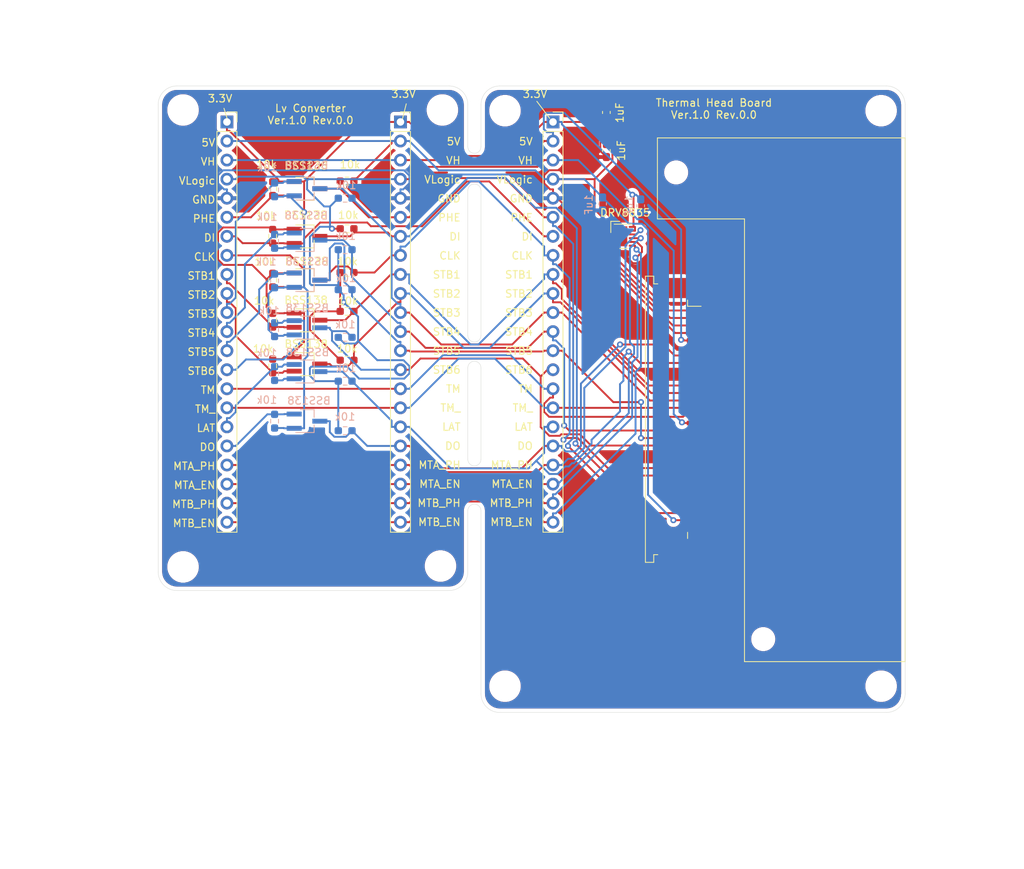
<source format=kicad_pcb>
(kicad_pcb (version 20171130) (host pcbnew 5.1.10-88a1d61d58~88~ubuntu18.04.1)
  (layers (0 F.Cu signal) (31 B.Cu signal) (34 B.Paste user) (35 F.Paste user) (36 B.SilkS user) (37 F.SilkS user) (38 B.Mask user) (39 F.Mask user) (44 Edge.Cuts user))
  (net 0 "")
  (net 1 +5V)
  (net 2 GND)
  (net 3 +3V3)
  (net 4 VH)
  (net 5 VLOGIC)
  (net 6 PHE)
  (net 7 DI)
  (net 8 HCLK)
  (net 9 HSTB1)
  (net 10 HSTB2)
  (net 11 HSTB3)
  (net 12 HSTB4)
  (net 13 HSTB5)
  (net 14 HSTB6)
  (net 15 TM)
  (net 16 TM_)
  (net 17 HLAT)
  (net 18 HDO)
  (net 19 MTA_PHASE)
  (net 20 MTA_EN)
  (net 21 MTB_PHASE)
  (net 22 MTB_EN)
  (net 23 HMT_B)
  (net 24 HMTB)
  (net 25 HMT_A)
  (net 26 HMTA)
  (net 27 HDI)
  (net 28 "Net-(J2-Pad26)")
  (net 29 "Net-(J2-Pad27)")
  (net 30 HPHE)
  (net 31 CLK)
  (net 32 STB1)
  (net 33 STB2)
  (net 34 STB3)
  (net 35 STB4)
  (net 36 STB5)
  (net 37 STB6)
  (net 38 LAT)
  (net 39 DO)
  (module Hole:M3_margin6 (layer F.Cu) (at 160.8 142)
    (fp_text reference REF_7)
    (fp_text value M3_margin6)
    (pad "" np_thru_hole circle (at 0 0) (size 3.2 3.2) (drill 3.2) (layers *.Cu *.Mask))
  )
  (module Hole:M3_margin6 (layer F.Cu) (at 160.8 65.3)
    (fp_text reference REF_5)
    (fp_text value M3_margin6)
    (pad "" np_thru_hole circle (at 0 0) (size 3.2 3.2) (drill 3.2) (layers *.Cu *.Mask))
  )
  (module thermal_printer_head_jig_k8:thermal_printer_head (layer F.Cu) (at 164 106.426 270)
    (fp_text reference REF_head)
    (fp_text value thermal_printer_head)
    (pad "" np_thru_hole oval (at 29.3 18.9 270) (size 2.2 2.2) (drill oval 2.2) (layers *.Cu *.Mask))
    (pad "" np_thru_hole oval (at -32.9 30.5 270) (size 2.2 2.2) (drill oval 2.2) (layers *.Cu *.Mask))
  )
  (module Hole:M3_margin6 (layer F.Cu) (at 110.7 142)
    (fp_text reference REF_6)
    (fp_text value M3_margin6)
    (pad "" np_thru_hole circle (at 0 0) (size 3.2 3.2) (drill 3.2) (layers *.Cu *.Mask))
  )
  (module Hole:M3_margin6 (layer F.Cu) (at 110.7 65.3)
    (fp_text reference REF_4)
    (fp_text value M3_margin6)
    (pad "" np_thru_hole circle (at 0 0) (size 3.2 3.2) (drill 3.2) (layers *.Cu *.Mask))
  )
  (module Hole:M3_margin6 (layer F.Cu) (at 102.108 125.984)
    (fp_text reference REF_3)
    (fp_text value M3_margin6)
    (pad "" np_thru_hole circle (at 0 0) (size 3.2 3.2) (drill 3.2) (layers *.Cu *.Mask))
  )
  (module Hole:M3_margin6 (layer F.Cu) (at 102.362 65.204)
    (fp_text reference REF_1)
    (fp_text value M3_margin6)
    (pad "" np_thru_hole circle (at 0 0) (size 3.2 3.2) (drill 3.2) (layers *.Cu *.Mask))
  )
  (module Hole:M3_margin6 (layer F.Cu) (at 67.818 65.204)
    (fp_text reference REF_0)
    (fp_text value M3_margin6)
    (pad "" np_thru_hole circle (at 0 0) (size 3.2 3.2) (drill 3.2) (layers *.Cu *.Mask))
  )
  (module Hole:M3_margin6 (layer F.Cu) (at 67.818 126.1)
    (fp_text reference REF_2)
    (fp_text value M3_margin6)
    (pad "" np_thru_hole circle (at 0 0) (size 3.2 3.2) (drill 3.2) (layers *.Cu *.Mask))
  )
  (module Capacitor_SMD:C_0603_1608Metric_Pad1.08x0.95mm_HandSolder (layer F.Cu) (at 124.206 70.612 270)
    (fp_text reference C1)
    (fp_text value C)
    (pad 1 smd roundrect (at -0.8625 0 270) (size 1.075 0.95) (layers F.Cu F.Paste F.Mask) (net 1 +5V))
    (pad 2 smd roundrect (at 0.8625 0 270) (size 1.075 0.95) (layers F.Cu F.Paste F.Mask) (net 2 GND))
  )
  (module Capacitor_SMD:C_0603_1608Metric_Pad1.08x0.95mm_HandSolder (layer B.Cu) (at 123.698 77.724 270)
    (fp_text reference C2)
    (fp_text value C)
    (pad 1 smd roundrect (at -0.8625 0 270) (size 1.075 0.95) (layers B.Cu B.Paste B.Mask) (net 1 +5V))
    (pad 2 smd roundrect (at 0.8625 0 270) (size 1.075 0.95) (layers B.Cu B.Paste B.Mask) (net 2 GND))
  )
  (module Capacitor_SMD:C_0603_1608Metric_Pad1.08x0.95mm_HandSolder (layer B.Cu) (at 128.778 77.978 90)
    (fp_text reference C3)
    (fp_text value C)
    (pad 1 smd roundrect (at -0.8625 0 90) (size 1.075 0.95) (layers B.Cu B.Paste B.Mask) (net 2 GND))
    (pad 2 smd roundrect (at 0.8625 0 90) (size 1.075 0.95) (layers B.Cu B.Paste B.Mask) (net 3 +3V3))
  )
  (module Capacitor_SMD:C_0603_1608Metric_Pad1.08x0.95mm_HandSolder (layer F.Cu) (at 124.206 65.532 270)
    (fp_text reference C4)
    (fp_text value C)
    (pad 1 smd roundrect (at -0.8625 0 270) (size 1.075 0.95) (layers F.Cu F.Paste F.Mask) (net 3 +3V3))
    (pad 2 smd roundrect (at 0.8625 0 270) (size 1.075 0.95) (layers F.Cu F.Paste F.Mask) (net 2 GND))
  )
  (module Connector_PinSocket_2.54mm:PinSocket_1x22_P2.54mm_Vertical (layer F.Cu) (at 117.094 66.802)
    (fp_text reference J1)
    (fp_text value Conn_01x22_Female)
    (pad 1 thru_hole rect (at 0 0) (size 1.7 1.7) (drill 1) (layers *.Cu *.Mask) (net 3 +3V3))
    (pad 2 thru_hole oval (at 0 2.54) (size 1.7 1.7) (drill 1) (layers *.Cu *.Mask) (net 4 VH))
    (pad 3 thru_hole oval (at 0 5.08) (size 1.7 1.7) (drill 1) (layers *.Cu *.Mask) (net 5 VLOGIC))
    (pad 4 thru_hole oval (at 0 7.62) (size 1.7 1.7) (drill 1) (layers *.Cu *.Mask) (net 1 +5V))
    (pad 5 thru_hole oval (at 0 10.16) (size 1.7 1.7) (drill 1) (layers *.Cu *.Mask) (net 2 GND))
    (pad 6 thru_hole oval (at 0 12.7) (size 1.7 1.7) (drill 1) (layers *.Cu *.Mask) (net 30 HPHE))
    (pad 7 thru_hole oval (at 0 15.24) (size 1.7 1.7) (drill 1) (layers *.Cu *.Mask) (net 7 DI))
    (pad 8 thru_hole oval (at 0 17.78) (size 1.7 1.7) (drill 1) (layers *.Cu *.Mask) (net 8 HCLK))
    (pad 9 thru_hole oval (at 0 20.32) (size 1.7 1.7) (drill 1) (layers *.Cu *.Mask) (net 9 HSTB1))
    (pad 10 thru_hole oval (at 0 22.86) (size 1.7 1.7) (drill 1) (layers *.Cu *.Mask) (net 10 HSTB2))
    (pad 11 thru_hole oval (at 0 25.4) (size 1.7 1.7) (drill 1) (layers *.Cu *.Mask) (net 11 HSTB3))
    (pad 12 thru_hole oval (at 0 27.94) (size 1.7 1.7) (drill 1) (layers *.Cu *.Mask) (net 12 HSTB4))
    (pad 13 thru_hole oval (at 0 30.48) (size 1.7 1.7) (drill 1) (layers *.Cu *.Mask) (net 13 HSTB5))
    (pad 14 thru_hole oval (at 0 33.02) (size 1.7 1.7) (drill 1) (layers *.Cu *.Mask) (net 14 HSTB6))
    (pad 15 thru_hole oval (at 0 35.56) (size 1.7 1.7) (drill 1) (layers *.Cu *.Mask) (net 15 TM))
    (pad 16 thru_hole oval (at 0 38.1) (size 1.7 1.7) (drill 1) (layers *.Cu *.Mask) (net 16 TM_))
    (pad 17 thru_hole oval (at 0 40.64) (size 1.7 1.7) (drill 1) (layers *.Cu *.Mask) (net 17 HLAT))
    (pad 18 thru_hole oval (at 0 43.18) (size 1.7 1.7) (drill 1) (layers *.Cu *.Mask) (net 18 HDO))
    (pad 19 thru_hole oval (at 0 45.72) (size 1.7 1.7) (drill 1) (layers *.Cu *.Mask) (net 19 MTA_PHASE))
    (pad 20 thru_hole oval (at 0 48.26) (size 1.7 1.7) (drill 1) (layers *.Cu *.Mask) (net 20 MTA_EN))
    (pad 21 thru_hole oval (at 0 50.8) (size 1.7 1.7) (drill 1) (layers *.Cu *.Mask) (net 21 MTB_PHASE))
    (pad 22 thru_hole oval (at 0 53.34) (size 1.7 1.7) (drill 1) (layers *.Cu *.Mask) (net 22 MTB_EN))
  )
  (module Connector_FFC-FPC:TE_3-84952-0_1x30-1MP_P1.0mm_Horizontal (layer F.Cu) (at 134.112 106.426 270)
    (fp_text reference J2)
    (fp_text value Conn_01x30_Female)
    (pad 1 smd rect (at -14.5 -1.8 270) (size 0.61 2) (layers F.Cu F.Paste F.Mask) (net 23 HMT_B))
    (pad 2 smd rect (at -13.5 -1.8 270) (size 0.61 2) (layers F.Cu F.Paste F.Mask) (net 24 HMTB))
    (pad 3 smd rect (at -12.5 -1.8 270) (size 0.61 2) (layers F.Cu F.Paste F.Mask) (net 25 HMT_A))
    (pad 4 smd rect (at -11.5 -1.8 270) (size 0.61 2) (layers F.Cu F.Paste F.Mask) (net 26 HMTA))
    (pad 5 smd rect (at -10.5 -1.8 270) (size 0.61 2) (layers F.Cu F.Paste F.Mask) (net 4 VH))
    (pad 6 smd rect (at -9.5 -1.8 270) (size 0.61 2) (layers F.Cu F.Paste F.Mask) (net 4 VH))
    (pad 7 smd rect (at -8.5 -1.8 270) (size 0.61 2) (layers F.Cu F.Paste F.Mask) (net 18 HDO))
    (pad 8 smd rect (at -7.5 -1.8 270) (size 0.61 2) (layers F.Cu F.Paste F.Mask) (net 17 HLAT))
    (pad 9 smd rect (at -6.5 -1.8 270) (size 0.61 2) (layers F.Cu F.Paste F.Mask) (net 2 GND))
    (pad 10 smd rect (at -5.5 -1.8 270) (size 0.61 2) (layers F.Cu F.Paste F.Mask) (net 2 GND))
    (pad 11 smd rect (at -4.5 -1.8 270) (size 0.61 2) (layers F.Cu F.Paste F.Mask) (net 9 HSTB1))
    (pad 12 smd rect (at -3.5 -1.8 270) (size 0.61 2) (layers F.Cu F.Paste F.Mask) (net 10 HSTB2))
    (pad 13 smd rect (at -2.5 -1.8 270) (size 0.61 2) (layers F.Cu F.Paste F.Mask) (net 11 HSTB3))
    (pad 14 smd rect (at -1.5 -1.8 270) (size 0.61 2) (layers F.Cu F.Paste F.Mask) (net 16 TM_))
    (pad 15 smd rect (at -0.5 -1.8 270) (size 0.61 2) (layers F.Cu F.Paste F.Mask) (net 15 TM))
    (pad 16 smd rect (at 0.5 -1.8 270) (size 0.61 2) (layers F.Cu F.Paste F.Mask) (net 5 VLOGIC))
    (pad 17 smd rect (at 1.5 -1.8 270) (size 0.61 2) (layers F.Cu F.Paste F.Mask) (net 12 HSTB4))
    (pad 18 smd rect (at 2.5 -1.8 270) (size 0.61 2) (layers F.Cu F.Paste F.Mask) (net 13 HSTB5))
    (pad 19 smd rect (at 3.5 -1.8 270) (size 0.61 2) (layers F.Cu F.Paste F.Mask) (net 14 HSTB6))
    (pad 20 smd rect (at 4.5 -1.8 270) (size 0.61 2) (layers F.Cu F.Paste F.Mask) (net 2 GND))
    (pad 21 smd rect (at 5.5 -1.8 270) (size 0.61 2) (layers F.Cu F.Paste F.Mask) (net 2 GND))
    (pad 22 smd rect (at 6.5 -1.8 270) (size 0.61 2) (layers F.Cu F.Paste F.Mask) (net 8 HCLK))
    (pad 23 smd rect (at 7.5 -1.8 270) (size 0.61 2) (layers F.Cu F.Paste F.Mask) (net 27 HDI))
    (pad 24 smd rect (at 8.5 -1.8 270) (size 0.61 2) (layers F.Cu F.Paste F.Mask) (net 4 VH))
    (pad 25 smd rect (at 9.5 -1.8 270) (size 0.61 2) (layers F.Cu F.Paste F.Mask) (net 4 VH))
    (pad 26 smd rect (at 10.5 -1.8 270) (size 0.61 2) (layers F.Cu F.Paste F.Mask) (net 28 "Net-(J2-Pad26)"))
    (pad 27 smd rect (at 11.5 -1.8 270) (size 0.61 2) (layers F.Cu F.Paste F.Mask) (net 29 "Net-(J2-Pad27)"))
    (pad 28 smd rect (at 12.5 -1.8 270) (size 0.61 2) (layers F.Cu F.Paste F.Mask) (net 30 HPHE))
    (pad 29 smd rect (at 13.5 -1.8 270) (size 0.61 2) (layers F.Cu F.Paste F.Mask) (net 1 +5V))
    (pad 30 smd rect (at 14.5 -1.8 270) (size 0.61 2) (layers F.Cu F.Paste F.Mask) (net 2 GND))
    (pad MP smd rect (at -17.49 1 270) (size 2.68 3.6) (layers F.Cu F.Paste F.Mask))
    (pad MP smd rect (at 17.49 1 270) (size 2.68 3.6) (layers F.Cu F.Paste F.Mask))
  )
  (module Connector_PinSocket_2.54mm:PinSocket_1x22_P2.54mm_Vertical (layer F.Cu) (at 73.66 66.802)
    (fp_text reference J3)
    (fp_text value Conn_01x22_Female)
    (pad 1 thru_hole rect (at 0 0) (size 1.7 1.7) (drill 1) (layers *.Cu *.Mask) (net 3 +3V3))
    (pad 2 thru_hole oval (at 0 2.54) (size 1.7 1.7) (drill 1) (layers *.Cu *.Mask) (net 1 +5V))
    (pad 3 thru_hole oval (at 0 5.08) (size 1.7 1.7) (drill 1) (layers *.Cu *.Mask) (net 4 VH))
    (pad 4 thru_hole oval (at 0 7.62) (size 1.7 1.7) (drill 1) (layers *.Cu *.Mask) (net 5 VLOGIC))
    (pad 5 thru_hole oval (at 0 10.16) (size 1.7 1.7) (drill 1) (layers *.Cu *.Mask) (net 2 GND))
    (pad 6 thru_hole oval (at 0 12.7) (size 1.7 1.7) (drill 1) (layers *.Cu *.Mask) (net 6 PHE))
    (pad 7 thru_hole oval (at 0 15.24) (size 1.7 1.7) (drill 1) (layers *.Cu *.Mask) (net 7 DI))
    (pad 8 thru_hole oval (at 0 17.78) (size 1.7 1.7) (drill 1) (layers *.Cu *.Mask) (net 31 CLK))
    (pad 9 thru_hole oval (at 0 20.32) (size 1.7 1.7) (drill 1) (layers *.Cu *.Mask) (net 32 STB1))
    (pad 10 thru_hole oval (at 0 22.86) (size 1.7 1.7) (drill 1) (layers *.Cu *.Mask) (net 33 STB2))
    (pad 11 thru_hole oval (at 0 25.4) (size 1.7 1.7) (drill 1) (layers *.Cu *.Mask) (net 34 STB3))
    (pad 12 thru_hole oval (at 0 27.94) (size 1.7 1.7) (drill 1) (layers *.Cu *.Mask) (net 35 STB4))
    (pad 13 thru_hole oval (at 0 30.48) (size 1.7 1.7) (drill 1) (layers *.Cu *.Mask) (net 36 STB5))
    (pad 14 thru_hole oval (at 0 33.02) (size 1.7 1.7) (drill 1) (layers *.Cu *.Mask) (net 37 STB6))
    (pad 15 thru_hole oval (at 0 35.56) (size 1.7 1.7) (drill 1) (layers *.Cu *.Mask) (net 15 TM))
    (pad 16 thru_hole oval (at 0 38.1) (size 1.7 1.7) (drill 1) (layers *.Cu *.Mask) (net 16 TM_))
    (pad 17 thru_hole oval (at 0 40.64) (size 1.7 1.7) (drill 1) (layers *.Cu *.Mask) (net 38 LAT))
    (pad 18 thru_hole oval (at 0 43.18) (size 1.7 1.7) (drill 1) (layers *.Cu *.Mask) (net 39 DO))
    (pad 19 thru_hole oval (at 0 45.72) (size 1.7 1.7) (drill 1) (layers *.Cu *.Mask) (net 19 MTA_PHASE))
    (pad 20 thru_hole oval (at 0 48.26) (size 1.7 1.7) (drill 1) (layers *.Cu *.Mask) (net 20 MTA_EN))
    (pad 21 thru_hole oval (at 0 50.8) (size 1.7 1.7) (drill 1) (layers *.Cu *.Mask) (net 21 MTB_PHASE))
    (pad 22 thru_hole oval (at 0 53.34) (size 1.7 1.7) (drill 1) (layers *.Cu *.Mask) (net 22 MTB_EN))
  )
  (module Connector_PinSocket_2.54mm:PinSocket_1x22_P2.54mm_Vertical (layer F.Cu) (at 96.774 66.802)
    (fp_text reference J4)
    (fp_text value Conn_01x22_Female)
    (pad 22 thru_hole oval (at 0 53.34) (size 1.7 1.7) (drill 1) (layers *.Cu *.Mask) (net 22 MTB_EN))
    (pad 21 thru_hole oval (at 0 50.8) (size 1.7 1.7) (drill 1) (layers *.Cu *.Mask) (net 21 MTB_PHASE))
    (pad 20 thru_hole oval (at 0 48.26) (size 1.7 1.7) (drill 1) (layers *.Cu *.Mask) (net 20 MTA_EN))
    (pad 19 thru_hole oval (at 0 45.72) (size 1.7 1.7) (drill 1) (layers *.Cu *.Mask) (net 19 MTA_PHASE))
    (pad 18 thru_hole oval (at 0 43.18) (size 1.7 1.7) (drill 1) (layers *.Cu *.Mask) (net 18 HDO))
    (pad 17 thru_hole oval (at 0 40.64) (size 1.7 1.7) (drill 1) (layers *.Cu *.Mask) (net 17 HLAT))
    (pad 16 thru_hole oval (at 0 38.1) (size 1.7 1.7) (drill 1) (layers *.Cu *.Mask) (net 16 TM_))
    (pad 15 thru_hole oval (at 0 35.56) (size 1.7 1.7) (drill 1) (layers *.Cu *.Mask) (net 15 TM))
    (pad 14 thru_hole oval (at 0 33.02) (size 1.7 1.7) (drill 1) (layers *.Cu *.Mask) (net 14 HSTB6))
    (pad 13 thru_hole oval (at 0 30.48) (size 1.7 1.7) (drill 1) (layers *.Cu *.Mask) (net 13 HSTB5))
    (pad 12 thru_hole oval (at 0 27.94) (size 1.7 1.7) (drill 1) (layers *.Cu *.Mask) (net 12 HSTB4))
    (pad 11 thru_hole oval (at 0 25.4) (size 1.7 1.7) (drill 1) (layers *.Cu *.Mask) (net 11 HSTB3))
    (pad 10 thru_hole oval (at 0 22.86) (size 1.7 1.7) (drill 1) (layers *.Cu *.Mask) (net 10 HSTB2))
    (pad 9 thru_hole oval (at 0 20.32) (size 1.7 1.7) (drill 1) (layers *.Cu *.Mask) (net 9 HSTB1))
    (pad 8 thru_hole oval (at 0 17.78) (size 1.7 1.7) (drill 1) (layers *.Cu *.Mask) (net 8 HCLK))
    (pad 7 thru_hole oval (at 0 15.24) (size 1.7 1.7) (drill 1) (layers *.Cu *.Mask) (net 27 HDI))
    (pad 6 thru_hole oval (at 0 12.7) (size 1.7 1.7) (drill 1) (layers *.Cu *.Mask) (net 30 HPHE))
    (pad 5 thru_hole oval (at 0 10.16) (size 1.7 1.7) (drill 1) (layers *.Cu *.Mask) (net 2 GND))
    (pad 4 thru_hole oval (at 0 7.62) (size 1.7 1.7) (drill 1) (layers *.Cu *.Mask) (net 5 VLOGIC))
    (pad 3 thru_hole oval (at 0 5.08) (size 1.7 1.7) (drill 1) (layers *.Cu *.Mask) (net 4 VH))
    (pad 2 thru_hole oval (at 0 2.54) (size 1.7 1.7) (drill 1) (layers *.Cu *.Mask) (net 1 +5V))
    (pad 1 thru_hole rect (at 0 0) (size 1.7 1.7) (drill 1) (layers *.Cu *.Mask) (net 3 +3V3))
  )
  (module Package_TO_SOT_SMD:TSOT-23_HandSoldering (layer B.Cu) (at 84.328 82.55)
    (fp_text reference Q2)
    (fp_text value SMD-MOSFET-N-CH-50V-200MA-BSS138W-7-F_SOT-23_)
    (pad 1 smd rect (at -1.71 0.95) (size 2 0.65) (layers B.Cu B.Paste B.Mask) (net 3 +3V3))
    (pad 2 smd rect (at -1.71 -0.95) (size 2 0.65) (layers B.Cu B.Paste B.Mask) (net 35 STB4))
    (pad 3 smd rect (at 1.71 0) (size 2 0.65) (layers B.Cu B.Paste B.Mask) (net 12 HSTB4))
  )
  (module Package_TO_SOT_SMD:TSOT-23_HandSoldering (layer B.Cu) (at 84.328 94.234)
    (fp_text reference Q3)
    (fp_text value SMD-MOSFET-N-CH-50V-200MA-BSS138W-7-F_SOT-23_)
    (pad 3 smd rect (at 1.71 0) (size 2 0.65) (layers B.Cu B.Paste B.Mask) (net 14 HSTB6))
    (pad 2 smd rect (at -1.71 -0.95) (size 2 0.65) (layers B.Cu B.Paste B.Mask) (net 37 STB6))
    (pad 1 smd rect (at -1.71 0.95) (size 2 0.65) (layers B.Cu B.Paste B.Mask) (net 3 +3V3))
  )
  (module Package_TO_SOT_SMD:TSOT-23_HandSoldering (layer B.Cu) (at 84.328 75.692)
    (fp_text reference Q4)
    (fp_text value SMD-MOSFET-N-CH-50V-200MA-BSS138W-7-F_SOT-23_)
    (pad 3 smd rect (at 1.71 0) (size 2 0.65) (layers B.Cu B.Paste B.Mask) (net 11 HSTB3))
    (pad 2 smd rect (at -1.71 -0.95) (size 2 0.65) (layers B.Cu B.Paste B.Mask) (net 34 STB3))
    (pad 1 smd rect (at -1.71 0.95) (size 2 0.65) (layers B.Cu B.Paste B.Mask) (net 3 +3V3))
  )
  (module Package_TO_SOT_SMD:TSOT-23_HandSoldering (layer B.Cu) (at 84.328 87.884)
    (fp_text reference Q5)
    (fp_text value SMD-MOSFET-N-CH-50V-200MA-BSS138W-7-F_SOT-23_)
    (pad 1 smd rect (at -1.71 0.95) (size 2 0.65) (layers B.Cu B.Paste B.Mask) (net 3 +3V3))
    (pad 2 smd rect (at -1.71 -0.95) (size 2 0.65) (layers B.Cu B.Paste B.Mask) (net 36 STB5))
    (pad 3 smd rect (at 1.71 0) (size 2 0.65) (layers B.Cu B.Paste B.Mask) (net 13 HSTB5))
  )
  (module Package_TO_SOT_SMD:TSOT-23_HandSoldering (layer F.Cu) (at 84.328 99.06)
    (fp_text reference Q6)
    (fp_text value SMD-MOSFET-N-CH-50V-200MA-BSS138W-7-F_SOT-23_)
    (pad 1 smd rect (at -1.71 -0.95) (size 2 0.65) (layers F.Cu F.Paste F.Mask) (net 3 +3V3))
    (pad 2 smd rect (at -1.71 0.95) (size 2 0.65) (layers F.Cu F.Paste F.Mask) (net 33 STB2))
    (pad 3 smd rect (at 1.71 0) (size 2 0.65) (layers F.Cu F.Paste F.Mask) (net 10 HSTB2))
  )
  (module Package_TO_SOT_SMD:TSOT-23_HandSoldering (layer F.Cu) (at 84.328 82.042)
    (fp_text reference Q7)
    (fp_text value SMD-MOSFET-N-CH-50V-200MA-BSS138W-7-F_SOT-23_)
    (pad 1 smd rect (at -1.71 -0.95) (size 2 0.65) (layers F.Cu F.Paste F.Mask) (net 3 +3V3))
    (pad 2 smd rect (at -1.71 0.95) (size 2 0.65) (layers F.Cu F.Paste F.Mask) (net 7 DI))
    (pad 3 smd rect (at 1.71 0) (size 2 0.65) (layers F.Cu F.Paste F.Mask) (net 27 HDI))
  )
  (module Package_TO_SOT_SMD:TSOT-23_HandSoldering (layer F.Cu) (at 84.328 93.218)
    (fp_text reference Q8)
    (fp_text value SMD-MOSFET-N-CH-50V-200MA-BSS138W-7-F_SOT-23_)
    (pad 3 smd rect (at 1.71 0) (size 2 0.65) (layers F.Cu F.Paste F.Mask) (net 9 HSTB1))
    (pad 2 smd rect (at -1.71 0.95) (size 2 0.65) (layers F.Cu F.Paste F.Mask) (net 32 STB1))
    (pad 1 smd rect (at -1.71 -0.95) (size 2 0.65) (layers F.Cu F.Paste F.Mask) (net 3 +3V3))
  )
  (module Package_TO_SOT_SMD:TSOT-23_HandSoldering (layer B.Cu) (at 84.328 100.076)
    (fp_text reference Q9)
    (fp_text value SMD-MOSFET-N-CH-50V-200MA-BSS138W-7-F_SOT-23_)
    (pad 3 smd rect (at 1.71 0) (size 2 0.65) (layers B.Cu B.Paste B.Mask) (net 17 HLAT))
    (pad 2 smd rect (at -1.71 -0.95) (size 2 0.65) (layers B.Cu B.Paste B.Mask) (net 38 LAT))
    (pad 1 smd rect (at -1.71 0.95) (size 2 0.65) (layers B.Cu B.Paste B.Mask) (net 3 +3V3))
  )
  (module Package_TO_SOT_SMD:TSOT-23_HandSoldering (layer F.Cu) (at 84.328 87.884)
    (fp_text reference Q10)
    (fp_text value SMD-MOSFET-N-CH-50V-200MA-BSS138W-7-F_SOT-23_)
    (pad 3 smd rect (at 1.71 0) (size 2 0.65) (layers F.Cu F.Paste F.Mask) (net 8 HCLK))
    (pad 2 smd rect (at -1.71 0.95) (size 2 0.65) (layers F.Cu F.Paste F.Mask) (net 31 CLK))
    (pad 1 smd rect (at -1.71 -0.95) (size 2 0.65) (layers F.Cu F.Paste F.Mask) (net 3 +3V3))
  )
  (module Package_TO_SOT_SMD:TSOT-23_HandSoldering (layer B.Cu) (at 84.328 106.68)
    (fp_text reference Q11)
    (fp_text value SMD-MOSFET-N-CH-50V-200MA-BSS138W-7-F_SOT-23_)
    (pad 1 smd rect (at -1.71 0.95) (size 2 0.65) (layers B.Cu B.Paste B.Mask) (net 3 +3V3))
    (pad 2 smd rect (at -1.71 -0.95) (size 2 0.65) (layers B.Cu B.Paste B.Mask) (net 39 DO))
    (pad 3 smd rect (at 1.71 0) (size 2 0.65) (layers B.Cu B.Paste B.Mask) (net 18 HDO))
  )
  (module Resistor_SMD:R_0603_1608Metric_Pad0.98x0.95mm_HandSolder (layer B.Cu) (at 80.01 82.707 90)
    (fp_text reference R3)
    (fp_text value R)
    (pad 2 smd roundrect (at 0.9125 0 90) (size 0.975 0.95) (layers B.Cu B.Paste B.Mask) (net 35 STB4))
    (pad 1 smd roundrect (at -0.9125 0 90) (size 0.975 0.95) (layers B.Cu B.Paste B.Mask) (net 3 +3V3))
  )
  (module Resistor_SMD:R_0603_1608Metric_Pad0.98x0.95mm_HandSolder (layer B.Cu) (at 80.01 94.488 90)
    (fp_text reference R4)
    (fp_text value R)
    (pad 2 smd roundrect (at 0.9125 0 90) (size 0.975 0.95) (layers B.Cu B.Paste B.Mask) (net 37 STB6))
    (pad 1 smd roundrect (at -0.9125 0 90) (size 0.975 0.95) (layers B.Cu B.Paste B.Mask) (net 3 +3V3))
  )
  (module Resistor_SMD:R_0603_1608Metric_Pad0.98x0.95mm_HandSolder (layer B.Cu) (at 80.01 75.8425 90)
    (fp_text reference R5)
    (fp_text value R)
    (pad 1 smd roundrect (at -0.9125 0 90) (size 0.975 0.95) (layers B.Cu B.Paste B.Mask) (net 3 +3V3))
    (pad 2 smd roundrect (at 0.9125 0 90) (size 0.975 0.95) (layers B.Cu B.Paste B.Mask) (net 34 STB3))
  )
  (module Resistor_SMD:R_0603_1608Metric_Pad0.98x0.95mm_HandSolder (layer B.Cu) (at 80.01 87.977 90)
    (fp_text reference R6)
    (fp_text value R)
    (pad 1 smd roundrect (at -0.9125 0 90) (size 0.975 0.95) (layers B.Cu B.Paste B.Mask) (net 3 +3V3))
    (pad 2 smd roundrect (at 0.9125 0 90) (size 0.975 0.95) (layers B.Cu B.Paste B.Mask) (net 36 STB5))
  )
  (module Resistor_SMD:R_0603_1608Metric_Pad0.98x0.95mm_HandSolder (layer F.Cu) (at 79.756 99.314 270)
    (fp_text reference R7)
    (fp_text value R)
    (pad 1 smd roundrect (at -0.9125 0 270) (size 0.975 0.95) (layers F.Cu F.Paste F.Mask) (net 3 +3V3))
    (pad 2 smd roundrect (at 0.9125 0 270) (size 0.975 0.95) (layers F.Cu F.Paste F.Mask) (net 33 STB2))
  )
  (module Resistor_SMD:R_0603_1608Metric_Pad0.98x0.95mm_HandSolder (layer F.Cu) (at 79.756 82.042 270)
    (fp_text reference R8)
    (fp_text value R)
    (pad 2 smd roundrect (at 0.9125 0 270) (size 0.975 0.95) (layers F.Cu F.Paste F.Mask) (net 7 DI))
    (pad 1 smd roundrect (at -0.9125 0 270) (size 0.975 0.95) (layers F.Cu F.Paste F.Mask) (net 3 +3V3))
  )
  (module Resistor_SMD:R_0603_1608Metric_Pad0.98x0.95mm_HandSolder (layer F.Cu) (at 79.756 93.218 270)
    (fp_text reference R9)
    (fp_text value R)
    (pad 1 smd roundrect (at -0.9125 0 270) (size 0.975 0.95) (layers F.Cu F.Paste F.Mask) (net 3 +3V3))
    (pad 2 smd roundrect (at 0.9125 0 270) (size 0.975 0.95) (layers F.Cu F.Paste F.Mask) (net 32 STB1))
  )
  (module Resistor_SMD:R_0603_1608Metric_Pad0.98x0.95mm_HandSolder (layer B.Cu) (at 89.408 83.82)
    (fp_text reference R10)
    (fp_text value R)
    (pad 1 smd roundrect (at -0.9125 0) (size 0.975 0.95) (layers B.Cu B.Paste B.Mask) (net 5 VLOGIC))
    (pad 2 smd roundrect (at 0.9125 0) (size 0.975 0.95) (layers B.Cu B.Paste B.Mask) (net 12 HSTB4))
  )
  (module Resistor_SMD:R_0603_1608Metric_Pad0.98x0.95mm_HandSolder (layer B.Cu) (at 89.408 95.504)
    (fp_text reference R11)
    (fp_text value R)
    (pad 1 smd roundrect (at -0.9125 0) (size 0.975 0.95) (layers B.Cu B.Paste B.Mask) (net 5 VLOGIC))
    (pad 2 smd roundrect (at 0.9125 0) (size 0.975 0.95) (layers B.Cu B.Paste B.Mask) (net 14 HSTB6))
  )
  (module Resistor_SMD:R_0603_1608Metric_Pad0.98x0.95mm_HandSolder (layer B.Cu) (at 89.408 76.962)
    (fp_text reference R12)
    (fp_text value R)
    (pad 2 smd roundrect (at 0.9125 0) (size 0.975 0.95) (layers B.Cu B.Paste B.Mask) (net 11 HSTB3))
    (pad 1 smd roundrect (at -0.9125 0) (size 0.975 0.95) (layers B.Cu B.Paste B.Mask) (net 5 VLOGIC))
  )
  (module Resistor_SMD:R_0603_1608Metric_Pad0.98x0.95mm_HandSolder (layer B.Cu) (at 89.408 89.154)
    (fp_text reference R13)
    (fp_text value R)
    (pad 2 smd roundrect (at 0.9125 0) (size 0.975 0.95) (layers B.Cu B.Paste B.Mask) (net 13 HSTB5))
    (pad 1 smd roundrect (at -0.9125 0) (size 0.975 0.95) (layers B.Cu B.Paste B.Mask) (net 5 VLOGIC))
  )
  (module Resistor_SMD:R_0603_1608Metric_Pad0.98x0.95mm_HandSolder (layer F.Cu) (at 89.662 98.552)
    (fp_text reference R14)
    (fp_text value R)
    (pad 2 smd roundrect (at 0.9125 0) (size 0.975 0.95) (layers F.Cu F.Paste F.Mask) (net 10 HSTB2))
    (pad 1 smd roundrect (at -0.9125 0) (size 0.975 0.95) (layers F.Cu F.Paste F.Mask) (net 5 VLOGIC))
  )
  (module Resistor_SMD:R_0603_1608Metric_Pad0.98x0.95mm_HandSolder (layer F.Cu) (at 89.662 81.026)
    (fp_text reference R15)
    (fp_text value R)
    (pad 1 smd roundrect (at -0.9125 0) (size 0.975 0.95) (layers F.Cu F.Paste F.Mask) (net 5 VLOGIC))
    (pad 2 smd roundrect (at 0.9125 0) (size 0.975 0.95) (layers F.Cu F.Paste F.Mask) (net 27 HDI))
  )
  (module Resistor_SMD:R_0603_1608Metric_Pad0.98x0.95mm_HandSolder (layer F.Cu) (at 89.662 92.043)
    (fp_text reference R16)
    (fp_text value R)
    (pad 1 smd roundrect (at -0.9125 0) (size 0.975 0.95) (layers F.Cu F.Paste F.Mask) (net 5 VLOGIC))
    (pad 2 smd roundrect (at 0.9125 0) (size 0.975 0.95) (layers F.Cu F.Paste F.Mask) (net 9 HSTB1))
  )
  (module Resistor_SMD:R_0603_1608Metric_Pad0.98x0.95mm_HandSolder (layer B.Cu) (at 80.01 100.33 90)
    (fp_text reference R17)
    (fp_text value R)
    (pad 1 smd roundrect (at -0.9125 0 90) (size 0.975 0.95) (layers B.Cu B.Paste B.Mask) (net 3 +3V3))
    (pad 2 smd roundrect (at 0.9125 0 90) (size 0.975 0.95) (layers B.Cu B.Paste B.Mask) (net 38 LAT))
  )
  (module Resistor_SMD:R_0603_1608Metric_Pad0.98x0.95mm_HandSolder (layer F.Cu) (at 79.756 87.884 270)
    (fp_text reference R18)
    (fp_text value R)
    (pad 2 smd roundrect (at 0.9125 0 270) (size 0.975 0.95) (layers F.Cu F.Paste F.Mask) (net 31 CLK))
    (pad 1 smd roundrect (at -0.9125 0 270) (size 0.975 0.95) (layers F.Cu F.Paste F.Mask) (net 3 +3V3))
  )
  (module Resistor_SMD:R_0603_1608Metric_Pad0.98x0.95mm_HandSolder (layer B.Cu) (at 80.01 106.68 90)
    (fp_text reference R19)
    (fp_text value R)
    (pad 1 smd roundrect (at -0.9125 0 90) (size 0.975 0.95) (layers B.Cu B.Paste B.Mask) (net 3 +3V3))
    (pad 2 smd roundrect (at 0.9125 0 90) (size 0.975 0.95) (layers B.Cu B.Paste B.Mask) (net 39 DO))
  )
  (module Resistor_SMD:R_0603_1608Metric_Pad0.98x0.95mm_HandSolder (layer B.Cu) (at 89.408 101.346)
    (fp_text reference R20)
    (fp_text value R)
    (pad 2 smd roundrect (at 0.9125 0) (size 0.975 0.95) (layers B.Cu B.Paste B.Mask) (net 17 HLAT))
    (pad 1 smd roundrect (at -0.9125 0) (size 0.975 0.95) (layers B.Cu B.Paste B.Mask) (net 5 VLOGIC))
  )
  (module Resistor_SMD:R_0603_1608Metric_Pad0.98x0.95mm_HandSolder (layer F.Cu) (at 89.662 86.868)
    (fp_text reference R21)
    (fp_text value R)
    (pad 2 smd roundrect (at 0.9125 0) (size 0.975 0.95) (layers F.Cu F.Paste F.Mask) (net 8 HCLK))
    (pad 1 smd roundrect (at -0.9125 0) (size 0.975 0.95) (layers F.Cu F.Paste F.Mask) (net 5 VLOGIC))
  )
  (module Resistor_SMD:R_0603_1608Metric_Pad0.98x0.95mm_HandSolder (layer B.Cu) (at 89.408 107.95)
    (fp_text reference R22)
    (fp_text value R)
    (pad 2 smd roundrect (at 0.9125 0) (size 0.975 0.95) (layers B.Cu B.Paste B.Mask) (net 18 HDO))
    (pad 1 smd roundrect (at -0.9125 0) (size 0.975 0.95) (layers B.Cu B.Paste B.Mask) (net 5 VLOGIC))
  )
  (module Package_SON:WSON-12-1EP_3x2mm_P0.5mm_EP1x2.65 (layer F.Cu) (at 126.492 82.042)
    (fp_text reference U1)
    (fp_text value DRV8835)
    (pad 13 smd rect (at 0 0) (size 1 2.65) (layers F.Cu F.Mask))
    (pad 12 smd rect (at 0.95 -1.25) (size 0.5 0.25) (layers F.Cu F.Paste F.Mask) (net 3 +3V3))
    (pad 11 smd rect (at 0.95 -0.75) (size 0.5 0.25) (layers F.Cu F.Paste F.Mask) (net 3 +3V3))
    (pad 10 smd rect (at 0.95 -0.25) (size 0.5 0.25) (layers F.Cu F.Paste F.Mask) (net 19 MTA_PHASE))
    (pad 9 smd rect (at 0.95 0.25) (size 0.5 0.25) (layers F.Cu F.Paste F.Mask) (net 20 MTA_EN))
    (pad 8 smd rect (at 0.95 0.75) (size 0.5 0.25) (layers F.Cu F.Paste F.Mask) (net 21 MTB_PHASE))
    (pad 7 smd rect (at 0.95 1.25) (size 0.5 0.25) (layers F.Cu F.Paste F.Mask) (net 22 MTB_EN))
    (pad 6 smd rect (at -0.95 1.25) (size 0.5 0.25) (layers F.Cu F.Paste F.Mask) (net 2 GND))
    (pad 5 smd rect (at -0.95 0.75) (size 0.5 0.25) (layers F.Cu F.Paste F.Mask) (net 23 HMT_B))
    (pad 4 smd rect (at -0.95 0.25) (size 0.5 0.25) (layers F.Cu F.Paste F.Mask) (net 24 HMTB))
    (pad 3 smd rect (at -0.95 -0.25) (size 0.5 0.25) (layers F.Cu F.Paste F.Mask) (net 25 HMT_A))
    (pad 2 smd rect (at -0.95 -0.75) (size 0.5 0.25) (layers F.Cu F.Paste F.Mask) (net 26 HMTA))
    (pad 1 smd rect (at -0.95 -1.25) (size 0.5 0.25) (layers F.Cu F.Paste F.Mask) (net 1 +5V))
  )
  (module Package_TO_SOT_SMD:TSOT-23_HandSoldering (layer F.Cu) (at 84.328 75.692)
    (fp_text reference Q1)
    (fp_text value SMD-MOSFET-N-CH-50V-200MA-BSS138W-7-F_SOT-23_)
    (pad 1 smd rect (at -1.71 -0.95) (size 2 0.65) (layers F.Cu F.Paste F.Mask) (net 3 +3V3))
    (pad 2 smd rect (at -1.71 0.95) (size 2 0.65) (layers F.Cu F.Paste F.Mask) (net 6 PHE))
    (pad 3 smd rect (at 1.71 0) (size 2 0.65) (layers F.Cu F.Paste F.Mask) (net 30 HPHE))
  )
  (module Resistor_SMD:R_0603_1608Metric_Pad0.98x0.95mm_HandSolder (layer F.Cu) (at 79.756 75.692 270)
    (fp_text reference R1)
    (fp_text value R)
    (pad 1 smd roundrect (at -0.9125 0 270) (size 0.975 0.95) (layers F.Cu F.Paste F.Mask) (net 3 +3V3))
    (pad 2 smd roundrect (at 0.9125 0 270) (size 0.975 0.95) (layers F.Cu F.Paste F.Mask) (net 6 PHE))
  )
  (module Resistor_SMD:R_0603_1608Metric_Pad0.98x0.95mm_HandSolder (layer F.Cu) (at 89.662 74.676 180)
    (fp_text reference R2)
    (fp_text value R)
    (pad 2 smd roundrect (at 0.9125 0 180) (size 0.975 0.95) (layers F.Cu F.Paste F.Mask) (net 30 HPHE))
    (pad 1 smd roundrect (at -0.9125 0 180) (size 0.975 0.95) (layers F.Cu F.Paste F.Mask) (net 1 +5V))
  )
  (gr_text 10k (at 79.31 91.96) (layer B.SilkS) (effects (font (size 1 1)) (justify mirror)))
  (gr_text 10k (at 78.9 85.42) (layer B.SilkS) (effects (font (size 1 1)) (justify mirror)))
  (gr_text 10k (at 79.03 79.47) (layer B.SilkS) (effects (font (size 1 1)) (justify mirror)))
  (gr_text 10k (at 79.03 72.88) (layer B.SilkS) (effects (font (size 1 1)) (justify mirror)))
  (gr_text 10k (at 89.47 82) (layer B.SilkS) (effects (font (size 1 1)) (justify mirror)))
  (gr_text 10k (at 89.51 87.62) (layer B.SilkS) (effects (font (size 1 1)) (justify mirror)))
  (gr_text 10k (at 89.42 93.8) (layer B.SilkS) (effects (font (size 1 1)) (justify mirror)))
  (gr_text 10k (at 89.52 99.62) (layer B.SilkS) (effects (font (size 1 1)) (justify mirror)))
  (gr_text 10k (at 78.98 97.59) (layer B.SilkS) (effects (font (size 1 1)) (justify mirror)))
  (gr_text 10k (at 78.98 103.85) (layer B.SilkS) (effects (font (size 1 1)) (justify mirror)))
  (gr_text 10k (at 89.39 106.09) (layer B.SilkS) (effects (font (size 1 1)) (justify mirror)))
  (gr_text BSS138 (at 84.59 103.95) (layer B.SilkS) (effects (font (size 1 1)) (justify mirror)))
  (gr_text BSS138 (at 84.4 97.5) (layer B.SilkS) (effects (font (size 1 1)) (justify mirror)))
  (gr_text BSS138 (at 84.36 91.6) (layer B.SilkS) (effects (font (size 1 1)) (justify mirror)))
  (gr_text BSS138 (at 84.36 85.41) (layer B.SilkS) (effects (font (size 1 1)) (justify mirror)))
  (gr_text BSS138 (at 84.23 79.28) (layer B.SilkS) (effects (font (size 1 1)) (justify mirror)))
  (gr_text BSS138 (at 84.3 72.57) (layer B.SilkS) (effects (font (size 1 1)) (justify mirror)))
  (gr_text 10k (at 89.54 75.24) (layer B.SilkS) (effects (font (size 1 1)) (justify mirror)))
  (gr_text BSS138 (at 84.22 96.38) (layer F.SilkS) (effects (font (size 1 1))))
  (gr_text BSS138 (at 84.2 90.55) (layer F.SilkS) (effects (font (size 1 1))))
  (gr_text BSS138 (at 84.27 85.37) (layer F.SilkS) (effects (font (size 1 1))))
  (gr_text BSS138 (at 84.16 79.2) (layer F.SilkS) (effects (font (size 1 1))))
  (gr_text BSS138 (at 84.2 72.64) (layer F.SilkS) (effects (font (size 1 1))))
  (gr_text 10k (at 89.68 97.02) (layer F.SilkS) (effects (font (size 1 1))))
  (gr_text 10k (at 89.78 90.66) (layer F.SilkS) (effects (font (size 1 1))))
  (gr_text 10k (at 89.73 85.4) (layer F.SilkS) (effects (font (size 1 1))))
  (gr_text 10k (at 89.82 79.22) (layer F.SilkS) (effects (font (size 1 1))))
  (gr_text 10k (at 90.05 72.5) (layer F.SilkS) (effects (font (size 1 1))))
  (gr_text 10k (at 78.48 97.03) (layer F.SilkS) (effects (font (size 1 1))))
  (gr_text 10k (at 78.61 90.63) (layer F.SilkS) (effects (font (size 1 1))))
  (gr_text 10k (at 78.68 85.43) (layer F.SilkS) (effects (font (size 1 1))))
  (gr_text 10k (at 78.87 79.3) (layer F.SilkS) (effects (font (size 1 1))))
  (gr_text 10k (at 78.94 72.45) (layer F.SilkS) (effects (font (size 1 1))))
  (gr_text 1uF (at 127.23 77.96 90) (layer B.SilkS) (effects (font (size 1 1)) (justify mirror)))
  (gr_text 1uF (at 121.86 77.85 90) (layer B.SilkS) (effects (font (size 1 1)) (justify mirror)))
  (gr_text "Thermal Head Board\nVer.1.0 Rev.0.0" (at 138.53 65.05) (layer F.SilkS) (effects (font (size 1 1))))
  (gr_text 1uF (at 125.99 65.57 90) (layer F.SilkS) (effects (font (size 1 1))))
  (gr_text 1uF (at 126.18 70.61 90) (layer F.SilkS) (effects (font (size 1 1))))
  (gr_text DRV8835 (at 126.71 78.9) (layer F.SilkS) (effects (font (size 1 1))))
  (gr_line (start 73.27 64.98) (end 73.75 66.55) (layer F.SilkS) (width 0.12))
  (gr_line (start 97.55 64.38) (end 96.97 66.68) (layer F.SilkS) (width 0.12))
  (gr_line (start 114.94 64.05) (end 116.66 66.32) (layer F.SilkS) (width 0.12))
  (gr_text VH (at 113.437143 71.94238) (layer F.SilkS) (effects (font (size 1 1))))
  (gr_text GND (at 112.865714 77.01476) (layer F.SilkS) (effects (font (size 1 1))))
  (gr_text MTA_EN (at 111.651429 115.05761) (layer F.SilkS) (effects (font (size 1 1))))
  (gr_text STB5 (at 112.55619 97.30428) (layer F.SilkS) (effects (font (size 1 1))))
  (gr_text PHE (at 112.913333 79.55095) (layer F.SilkS) (effects (font (size 1 1))))
  (gr_text DO (at 113.365714 109.98523) (layer F.SilkS) (effects (font (size 1 1))))
  (gr_text 3.3V (at 114.69 63.08) (layer F.SilkS) (effects (font (size 1 1))))
  (gr_text TM (at 113.437143 102.37666) (layer F.SilkS) (effects (font (size 1 1))))
  (gr_text TM_ (at 113.05619 104.91285) (layer F.SilkS) (effects (font (size 1 1))))
  (gr_text MTB_PH (at 111.532381 117.5938) (layer F.SilkS) (effects (font (size 1 1))))
  (gr_text VLogic (at 111.984762 74.47857) (layer F.SilkS) (effects (font (size 1 1))))
  (gr_text STB4 (at 112.55619 94.76809) (layer F.SilkS) (effects (font (size 1 1))))
  (gr_text LAT (at 113.175238 107.44904) (layer F.SilkS) (effects (font (size 1 1))))
  (gr_text STB6 (at 112.55619 99.84047) (layer F.SilkS) (effects (font (size 1 1))))
  (gr_text 5V (at 113.484762 69.40619) (layer F.SilkS) (effects (font (size 1 1))))
  (gr_text STB2 (at 112.55619 89.69571) (layer F.SilkS) (effects (font (size 1 1))))
  (gr_text STB3 (at 112.55619 92.2319) (layer F.SilkS) (effects (font (size 1 1))))
  (gr_text DI (at 113.651429 82.08714) (layer F.SilkS) (effects (font (size 1 1))))
  (gr_text MTB_EN (at 111.58 120.13) (layer F.SilkS) (effects (font (size 1 1))))
  (gr_text CLK (at 112.984762 84.62333) (layer F.SilkS) (effects (font (size 1 1))))
  (gr_text MTA_PH (at 111.603809 112.52142) (layer F.SilkS) (effects (font (size 1 1))))
  (gr_text STB1 (at 112.55619 87.15952) (layer F.SilkS) (effects (font (size 1 1))))
  (gr_text VH (at 103.817143 71.94238) (layer F.SilkS) (effects (font (size 1 1))))
  (gr_text GND (at 103.245714 77.01476) (layer F.SilkS) (effects (font (size 1 1))))
  (gr_text MTA_EN (at 102.031429 115.05761) (layer F.SilkS) (effects (font (size 1 1))))
  (gr_text STB5 (at 102.93619 97.30428) (layer F.SilkS) (effects (font (size 1 1))))
  (gr_text PHE (at 103.293333 79.55095) (layer F.SilkS) (effects (font (size 1 1))))
  (gr_text DO (at 103.745714 109.98523) (layer F.SilkS) (effects (font (size 1 1))))
  (gr_text 3.3V (at 97.18 63.07) (layer F.SilkS) (effects (font (size 1 1))))
  (gr_text TM (at 103.817143 102.37666) (layer F.SilkS) (effects (font (size 1 1))))
  (gr_text TM_ (at 103.43619 104.91285) (layer F.SilkS) (effects (font (size 1 1))))
  (gr_text MTB_PH (at 101.912381 117.5938) (layer F.SilkS) (effects (font (size 1 1))))
  (gr_text VLogic (at 102.364762 74.47857) (layer F.SilkS) (effects (font (size 1 1))))
  (gr_text STB4 (at 102.93619 94.76809) (layer F.SilkS) (effects (font (size 1 1))))
  (gr_text LAT (at 103.555238 107.44904) (layer F.SilkS) (effects (font (size 1 1))))
  (gr_text STB6 (at 102.93619 99.84047) (layer F.SilkS) (effects (font (size 1 1))))
  (gr_text 5V (at 103.864762 69.40619) (layer F.SilkS) (effects (font (size 1 1))))
  (gr_text STB2 (at 102.93619 89.69571) (layer F.SilkS) (effects (font (size 1 1))))
  (gr_text STB3 (at 102.93619 92.2319) (layer F.SilkS) (effects (font (size 1 1))))
  (gr_text DI (at 104.031429 82.08714) (layer F.SilkS) (effects (font (size 1 1))))
  (gr_text MTB_EN (at 101.96 120.13) (layer F.SilkS) (effects (font (size 1 1))))
  (gr_text CLK (at 103.364762 84.62333) (layer F.SilkS) (effects (font (size 1 1))))
  (gr_text MTA_PH (at 101.983809 112.52142) (layer F.SilkS) (effects (font (size 1 1))))
  (gr_text STB1 (at 102.93619 87.15952) (layer F.SilkS) (effects (font (size 1 1))))
  (gr_text MTB_EN (at 69.28 120.28) (layer F.SilkS) (effects (font (size 1 1))))
  (gr_text MTB_PH (at 69.232381 117.7438) (layer F.SilkS) (effects (font (size 1 1))))
  (gr_text MTA_EN (at 69.351429 115.20761) (layer F.SilkS) (effects (font (size 1 1))))
  (gr_text MTA_PH (at 69.303809 112.67142) (layer F.SilkS) (effects (font (size 1 1))))
  (gr_text DO (at 71.065714 110.13523) (layer F.SilkS) (effects (font (size 1 1))))
  (gr_text LAT (at 70.875238 107.59904) (layer F.SilkS) (effects (font (size 1 1))))
  (gr_text TM_ (at 70.75619 105.06285) (layer F.SilkS) (effects (font (size 1 1))))
  (gr_text TM (at 71.137143 102.52666) (layer F.SilkS) (effects (font (size 1 1))))
  (gr_text STB6 (at 70.25619 99.99047) (layer F.SilkS) (effects (font (size 1 1))))
  (gr_text STB5 (at 70.25619 97.45428) (layer F.SilkS) (effects (font (size 1 1))))
  (gr_text STB4 (at 70.25619 94.91809) (layer F.SilkS) (effects (font (size 1 1))))
  (gr_text STB3 (at 70.25619 92.3819) (layer F.SilkS) (effects (font (size 1 1))))
  (gr_text STB2 (at 70.25619 89.84571) (layer F.SilkS) (effects (font (size 1 1))))
  (gr_text STB1 (at 70.25619 87.30952) (layer F.SilkS) (effects (font (size 1 1))))
  (gr_text CLK (at 70.684762 84.77333) (layer F.SilkS) (effects (font (size 1 1))))
  (gr_text DI (at 71.351429 82.23714) (layer F.SilkS) (effects (font (size 1 1))))
  (gr_text PHE (at 70.613333 79.70095) (layer F.SilkS) (effects (font (size 1 1))))
  (gr_text GND (at 70.565714 77.16476) (layer F.SilkS) (effects (font (size 1 1))))
  (gr_text VLogic (at 69.684762 74.62857) (layer F.SilkS) (effects (font (size 1 1))))
  (gr_text VH (at 71.137143 72.09238) (layer F.SilkS) (effects (font (size 1 1))))
  (gr_text 5V (at 71.184762 69.55619) (layer F.SilkS) (effects (font (size 1 1))))
  (gr_text 3.3V (at 72.75 63.68) (layer F.SilkS) (effects (font (size 1 1))))
  (gr_text "Lv Converter\nVer.1.0 Rev.0.0" (at 84.8 65.78) (layer F.SilkS) (effects (font (size 1 1))))
  (gr_line (start 107.5 95.25) (end 107.5 75.946) (layer Edge.Cuts) (width 0.05))
  (gr_line (start 105.75 75.946) (end 105.75 95.25) (layer Edge.Cuts) (width 0.05))
  (gr_line (start 105.75 111.76) (end 105.75 99.568) (layer Edge.Cuts) (width 0.05))
  (gr_line (start 107.5 99.568) (end 107.5 111.76) (layer Edge.Cuts) (width 0.05))
  (gr_arc (start 106.625 118.618) (end 107.5 118.618) (angle -180) (layer Edge.Cuts) (width 0.05))
  (gr_arc (start 106.625 111.76) (end 105.75 111.76) (angle -180) (layer Edge.Cuts) (width 0.05))
  (gr_arc (start 106.625 95.25) (end 105.75 95.25) (angle -180) (layer Edge.Cuts) (width 0.05))
  (gr_arc (start 106.625 99.568) (end 107.5 99.568) (angle -180) (layer Edge.Cuts) (width 0.05))
  (gr_line (start 107.5 70.104) (end 107.5 64.5) (layer Edge.Cuts) (width 0.05))
  (gr_line (start 105.75 64.5) (end 105.75 70.104) (layer Edge.Cuts) (width 0.05))
  (gr_arc (start 106.625 75.946) (end 107.5 75.946) (angle -180) (layer Edge.Cuts) (width 0.05))
  (gr_arc (start 106.625 70.104) (end 105.75 70.104) (angle -180) (layer Edge.Cuts) (width 0.05))
  (gr_arc (start 110 143) (end 107.5 143) (angle -90) (layer Edge.Cuts) (width 0.05))
  (gr_arc (start 161.5 143) (end 161.5 145.5) (angle -90) (layer Edge.Cuts) (width 0.05))
  (gr_line (start 161.5 145.5) (end 110 145.5) (layer Edge.Cuts) (width 0.05))
  (gr_arc (start 110 64.5) (end 110 62) (angle -90) (layer Edge.Cuts) (width 0.05))
  (gr_line (start 161.5 62) (end 110 62) (layer Edge.Cuts) (width 0.05))
  (gr_line (start 107.5 118.618) (end 107.5 143) (layer Edge.Cuts) (width 0.05))
  (gr_arc (start 103.25 64.5) (end 105.75 64.5) (angle -90) (layer Edge.Cuts) (width 0.05))
  (gr_arc (start 103.25 126.75) (end 103.25 129.25) (angle -90) (layer Edge.Cuts) (width 0.05))
  (gr_line (start 105.75 118.618) (end 105.75 126.75) (layer Edge.Cuts) (width 0.05))
  (gr_arc (start 67 126.75) (end 64.5 126.75) (angle -90) (layer Edge.Cuts) (width 0.05))
  (gr_line (start 103.25 129.25) (end 67 129.25) (layer Edge.Cuts) (width 0.05))
  (gr_arc (start 161.5 64.5) (end 164 64.5) (angle -90) (layer Edge.Cuts) (width 0.05))
  (gr_line (start 164 64.5) (end 164 143) (layer Edge.Cuts) (width 0.05))
  (gr_arc (start 67 64.5) (end 67 62) (angle -90) (layer Edge.Cuts) (width 0.05))
  (gr_line (start 64.5 64.5) (end 64.5 126.75) (layer Edge.Cuts) (width 0.05))
  (gr_line (start 67 62) (end 103.25 62) (layer Edge.Cuts) (width 0.05))
  (segment (start 133.1314 119.8764) (end 129.7521 116.4971) (width 0.25) (layer B.Cu) (net 1))
  (segment (start 129.7521 116.4971) (end 129.7521 81.1786) (width 0.25) (layer B.Cu) (net 1))
  (segment (start 129.7521 81.1786) (end 128.9382 80.3647) (width 0.25) (layer B.Cu) (net 1))
  (segment (start 128.9382 80.3647) (end 127.2012 80.3647) (width 0.25) (layer B.Cu) (net 1))
  (segment (start 127.2012 80.3647) (end 123.698 76.8615) (width 0.25) (layer B.Cu) (net 1))
  (segment (start 122.6383 74.422) (end 125.0134 72.0469) (width 0.25) (layer F.Cu) (net 1))
  (segment (start 125.0134 72.0469) (end 125.0134 70.5569) (width 0.25) (layer F.Cu) (net 1))
  (segment (start 125.0134 70.5569) (end 124.206 69.7495) (width 0.25) (layer F.Cu) (net 1))
  (segment (start 117.094 74.422) (end 122.6383 74.422) (width 0.25) (layer F.Cu) (net 1))
  (segment (start 124.9667 80.792) (end 122.6383 78.4636) (width 0.25) (layer F.Cu) (net 1))
  (segment (start 122.6383 78.4636) (end 122.6383 74.422) (width 0.25) (layer F.Cu) (net 1))
  (segment (start 125.542 80.792) (end 124.9667 80.792) (width 0.25) (layer F.Cu) (net 1))
  (segment (start 96.774 69.342) (end 97.9493 69.342) (width 0.25) (layer B.Cu) (net 1))
  (segment (start 117.094 74.422) (end 115.9187 74.422) (width 0.25) (layer B.Cu) (net 1))
  (segment (start 115.9187 74.422) (end 114.7434 73.2467) (width 0.25) (layer B.Cu) (net 1))
  (segment (start 114.7434 73.2467) (end 101.854 73.2467) (width 0.25) (layer B.Cu) (net 1))
  (segment (start 101.854 73.2467) (end 97.9493 69.342) (width 0.25) (layer B.Cu) (net 1))
  (segment (start 123.698 76.8615) (end 121.2585 74.422) (width 0.25) (layer B.Cu) (net 1))
  (segment (start 121.2585 74.422) (end 117.094 74.422) (width 0.25) (layer B.Cu) (net 1))
  (segment (start 135.912 119.926) (end 134.5867 119.926) (width 0.25) (layer F.Cu) (net 1))
  (segment (start 133.1314 119.8764) (end 134.5371 119.8764) (width 0.25) (layer F.Cu) (net 1))
  (segment (start 134.5371 119.8764) (end 134.5867 119.926) (width 0.25) (layer F.Cu) (net 1))
  (segment (start 96.774 69.342) (end 73.66 69.342) (width 0.25) (layer B.Cu) (net 1))
  (segment (start 96.774 69.342) (end 95.5987 69.342) (width 0.25) (layer F.Cu) (net 1))
  (segment (start 90.5745 74.676) (end 95.5987 69.6518) (width 0.25) (layer F.Cu) (net 1))
  (segment (start 95.5987 69.6518) (end 95.5987 69.342) (width 0.25) (layer F.Cu) (net 1))
  (via (at 133.1314 119.8764) (size 0.8) (layers F.Cu B.Cu) (net 1))
  (segment (start 117.094 76.3743) (end 122.5926 81.8729) (width 0.25) (layer F.Cu) (net 2))
  (segment (start 122.5926 81.8729) (end 122.5926 94.0543) (width 0.25) (layer F.Cu) (net 2))
  (segment (start 122.5926 94.0543) (end 128.4643 99.926) (width 0.25) (layer F.Cu) (net 2))
  (segment (start 128.4643 99.926) (end 135.912 99.926) (width 0.25) (layer F.Cu) (net 2))
  (segment (start 125.542 83.292) (end 125.542 83.4286) (width 0.25) (layer F.Cu) (net 2))
  (segment (start 125.542 83.4286) (end 127.7385 85.6251) (width 0.25) (layer F.Cu) (net 2))
  (segment (start 127.7385 85.6251) (end 128.4435 85.6251) (width 0.25) (layer F.Cu) (net 2))
  (segment (start 128.4435 85.6251) (end 129.9652 84.1034) (width 0.25) (layer F.Cu) (net 2))
  (segment (start 124.2285 68.3933) (end 129.9394 74.1042) (width 0.25) (layer F.Cu) (net 2))
  (segment (start 129.9394 74.1042) (end 129.9394 78.8405) (width 0.25) (layer F.Cu) (net 2))
  (segment (start 129.9652 84.1034) (end 129.9652 78.8663) (width 0.25) (layer F.Cu) (net 2))
  (segment (start 129.9652 78.8663) (end 129.9394 78.8405) (width 0.25) (layer F.Cu) (net 2))
  (segment (start 128.778 78.8405) (end 129.9394 78.8405) (width 0.25) (layer B.Cu) (net 2))
  (segment (start 129.9652 84.1034) (end 131.8885 84.1034) (width 0.25) (layer F.Cu) (net 2))
  (segment (start 131.8885 84.1034) (end 138.1814 90.3963) (width 0.25) (layer F.Cu) (net 2))
  (segment (start 138.1814 90.3963) (end 138.1814 119.9819) (width 0.25) (layer F.Cu) (net 2))
  (segment (start 138.1814 119.9819) (end 137.2373 120.926) (width 0.25) (layer F.Cu) (net 2))
  (segment (start 124.2285 68.3933) (end 123.3986 69.2232) (width 0.25) (layer F.Cu) (net 2))
  (segment (start 123.3986 69.2232) (end 123.3986 70.6671) (width 0.25) (layer F.Cu) (net 2))
  (segment (start 124.206 66.3945) (end 124.206 68.3708) (width 0.25) (layer F.Cu) (net 2))
  (segment (start 124.206 68.3708) (end 124.2285 68.3933) (width 0.25) (layer F.Cu) (net 2))
  (segment (start 135.912 120.926) (end 137.2373 120.926) (width 0.25) (layer F.Cu) (net 2))
  (segment (start 117.094 76.3743) (end 117.094 75.7867) (width 0.25) (layer F.Cu) (net 2))
  (segment (start 117.094 76.962) (end 117.094 76.3743) (width 0.25) (layer F.Cu) (net 2))
  (segment (start 123.3986 70.6671) (end 124.206 71.4745) (width 0.25) (layer F.Cu) (net 2))
  (segment (start 123.3986 70.6671) (end 120.8327 73.233) (width 0.25) (layer F.Cu) (net 2))
  (segment (start 120.8327 73.233) (end 116.5895 73.233) (width 0.25) (layer F.Cu) (net 2))
  (segment (start 116.5895 73.233) (end 115.9187 73.9038) (width 0.25) (layer F.Cu) (net 2))
  (segment (start 115.9187 73.9038) (end 115.9187 74.9788) (width 0.25) (layer F.Cu) (net 2))
  (segment (start 115.9187 74.9788) (end 116.7266 75.7867) (width 0.25) (layer F.Cu) (net 2))
  (segment (start 116.7266 75.7867) (end 117.094 75.7867) (width 0.25) (layer F.Cu) (net 2))
  (segment (start 117.094 76.962) (end 115.9187 76.962) (width 0.25) (layer B.Cu) (net 2))
  (segment (start 97.9753 73.9608) (end 98.1309 73.8052) (width 0.25) (layer B.Cu) (net 2))
  (segment (start 98.1309 73.8052) (end 112.7619 73.8052) (width 0.25) (layer B.Cu) (net 2))
  (segment (start 112.7619 73.8052) (end 115.9187 76.962) (width 0.25) (layer B.Cu) (net 2))
  (segment (start 97.9753 73.9608) (end 97.2564 73.2419) (width 0.25) (layer B.Cu) (net 2))
  (segment (start 97.2564 73.2419) (end 73.1494 73.2419) (width 0.25) (layer B.Cu) (net 2))
  (segment (start 73.1494 73.2419) (end 72.4847 73.9066) (width 0.25) (layer B.Cu) (net 2))
  (segment (start 72.4847 73.9066) (end 72.4847 74.9788) (width 0.25) (layer B.Cu) (net 2))
  (segment (start 72.4847 74.9788) (end 73.2926 75.7867) (width 0.25) (layer B.Cu) (net 2))
  (segment (start 73.2926 75.7867) (end 73.66 75.7867) (width 0.25) (layer B.Cu) (net 2))
  (segment (start 96.774 75.7867) (end 97.1413 75.7867) (width 0.25) (layer B.Cu) (net 2))
  (segment (start 97.1413 75.7867) (end 97.9753 74.9527) (width 0.25) (layer B.Cu) (net 2))
  (segment (start 97.9753 74.9527) (end 97.9753 73.9608) (width 0.25) (layer B.Cu) (net 2))
  (segment (start 73.66 76.962) (end 73.66 75.7867) (width 0.25) (layer B.Cu) (net 2))
  (segment (start 96.774 76.962) (end 96.774 75.7867) (width 0.25) (layer B.Cu) (net 2))
  (segment (start 117.094 76.962) (end 118.2693 76.962) (width 0.25) (layer B.Cu) (net 2))
  (segment (start 118.2693 76.962) (end 119.8938 78.5865) (width 0.25) (layer B.Cu) (net 2))
  (segment (start 119.8938 78.5865) (end 123.698 78.5865) (width 0.25) (layer B.Cu) (net 2))
  (segment (start 135.912 99.926) (end 137.2373 99.926) (width 0.25) (layer F.Cu) (net 2))
  (segment (start 135.912 111.926) (end 137.2373 111.926) (width 0.25) (layer F.Cu) (net 2))
  (segment (start 135.912 110.926) (end 137.2373 110.926) (width 0.25) (layer F.Cu) (net 2))
  (segment (start 135.912 100.926) (end 137.2373 100.926) (width 0.25) (layer F.Cu) (net 2))
  (segment (start 137.2373 100.926) (end 137.2373 110.926) (width 0.25) (layer F.Cu) (net 2))
  (segment (start 137.2373 100.926) (end 137.2373 99.926) (width 0.25) (layer F.Cu) (net 2))
  (segment (start 137.2373 111.926) (end 137.2373 110.926) (width 0.25) (layer F.Cu) (net 2))
  (via (at 129.9394 78.8405) (size 0.8) (layers F.Cu B.Cu) (net 2))
  (segment (start 83.9433 101.026) (end 83.9433 98.4573) (width 0.25) (layer B.Cu) (net 3))
  (segment (start 83.9433 98.4573) (end 84.4146 97.986) (width 0.25) (layer B.Cu) (net 3))
  (segment (start 84.4146 97.986) (end 84.4146 89.3053) (width 0.25) (layer B.Cu) (net 3))
  (segment (start 84.4146 89.3053) (end 83.9433 88.834) (width 0.25) (layer B.Cu) (net 3))
  (segment (start 83.8307 101.026) (end 83.9433 101.026) (width 0.25) (layer B.Cu) (net 3))
  (segment (start 82.618 101.026) (end 83.8307 101.026) (width 0.25) (layer B.Cu) (net 3))
  (segment (start 82.618 107.63) (end 83.9433 107.63) (width 0.25) (layer B.Cu) (net 3))
  (segment (start 83.9433 107.63) (end 83.9433 101.026) (width 0.25) (layer B.Cu) (net 3))
  (segment (start 82.068 107.63) (end 82.618 107.63) (width 0.25) (layer B.Cu) (net 3))
  (segment (start 82.618 88.834) (end 83.9433 88.834) (width 0.25) (layer B.Cu) (net 3))
  (segment (start 83.9433 83.5) (end 83.9433 88.834) (width 0.25) (layer B.Cu) (net 3))
  (segment (start 83.9433 78.8225) (end 83.9433 83.5) (width 0.25) (layer B.Cu) (net 3))
  (segment (start 117.094 66.802) (end 118.2693 66.802) (width 0.25) (layer B.Cu) (net 3))
  (segment (start 118.2693 66.802) (end 118.2693 67.1037) (width 0.25) (layer B.Cu) (net 3))
  (segment (start 118.2693 67.1037) (end 127.6676 76.502) (width 0.25) (layer B.Cu) (net 3))
  (segment (start 127.8172 80.792) (end 127.8172 76.6516) (width 0.25) (layer F.Cu) (net 3))
  (segment (start 127.8172 76.6516) (end 127.6676 76.502) (width 0.25) (layer F.Cu) (net 3))
  (segment (start 128.778 77.1155) (end 128.1645 76.502) (width 0.25) (layer B.Cu) (net 3))
  (segment (start 128.1645 76.502) (end 127.6676 76.502) (width 0.25) (layer B.Cu) (net 3))
  (segment (start 127.8172 80.792) (end 128.0173 80.792) (width 0.25) (layer F.Cu) (net 3))
  (segment (start 127.6171 80.792) (end 127.8172 80.792) (width 0.25) (layer F.Cu) (net 3))
  (segment (start 96.774 66.802) (end 97.9493 66.802) (width 0.25) (layer F.Cu) (net 3))
  (segment (start 117.094 66.802) (end 115.9187 66.802) (width 0.25) (layer F.Cu) (net 3))
  (segment (start 115.9187 66.802) (end 111.3911 71.3296) (width 0.25) (layer F.Cu) (net 3))
  (segment (start 111.3911 71.3296) (end 102.4769 71.3296) (width 0.25) (layer F.Cu) (net 3))
  (segment (start 102.4769 71.3296) (end 97.9493 66.802) (width 0.25) (layer F.Cu) (net 3))
  (segment (start 124.206 64.6695) (end 122.0735 66.802) (width 0.25) (layer F.Cu) (net 3))
  (segment (start 122.0735 66.802) (end 117.094 66.802) (width 0.25) (layer F.Cu) (net 3))
  (segment (start 80.5056 74.742) (end 80.5056 74.4965) (width 0.25) (layer F.Cu) (net 3))
  (segment (start 80.5056 74.4965) (end 73.9864 67.9773) (width 0.25) (layer F.Cu) (net 3))
  (segment (start 73.9864 67.9773) (end 73.66 67.9773) (width 0.25) (layer F.Cu) (net 3))
  (segment (start 79.756 74.7795) (end 80.4681 74.7795) (width 0.25) (layer F.Cu) (net 3))
  (segment (start 80.4681 74.7795) (end 80.5056 74.742) (width 0.25) (layer F.Cu) (net 3))
  (segment (start 80.5056 74.742) (end 81.2927 74.742) (width 0.25) (layer F.Cu) (net 3))
  (segment (start 73.66 66.802) (end 73.66 67.9773) (width 0.25) (layer F.Cu) (net 3))
  (segment (start 82.618 74.742) (end 81.2927 74.742) (width 0.25) (layer F.Cu) (net 3))
  (segment (start 96.774 66.802) (end 91.8833 66.802) (width 0.25) (layer F.Cu) (net 3))
  (segment (start 91.8833 66.802) (end 83.9433 74.742) (width 0.25) (layer F.Cu) (net 3))
  (segment (start 79.756 81.1295) (end 79.4879 80.8614) (width 0.25) (layer F.Cu) (net 3))
  (segment (start 79.4879 80.8614) (end 73.1534 80.8614) (width 0.25) (layer F.Cu) (net 3))
  (segment (start 73.1534 80.8614) (end 72.4781 81.5367) (width 0.25) (layer F.Cu) (net 3))
  (segment (start 72.4781 81.5367) (end 72.4781 85.1398) (width 0.25) (layer F.Cu) (net 3))
  (segment (start 72.4781 85.1398) (end 73.1903 85.852) (width 0.25) (layer F.Cu) (net 3))
  (segment (start 73.1903 85.852) (end 77.0111 85.852) (width 0.25) (layer F.Cu) (net 3))
  (segment (start 77.0111 85.852) (end 78.9433 87.7842) (width 0.25) (layer F.Cu) (net 3))
  (segment (start 81.2927 81.092) (end 81.2552 81.1295) (width 0.25) (layer F.Cu) (net 3))
  (segment (start 81.2552 81.1295) (end 79.756 81.1295) (width 0.25) (layer F.Cu) (net 3))
  (segment (start 78.9433 87.7842) (end 78.9433 91.4928) (width 0.25) (layer F.Cu) (net 3))
  (segment (start 78.9433 91.4928) (end 79.756 92.3055) (width 0.25) (layer F.Cu) (net 3))
  (segment (start 79.756 86.9715) (end 78.9433 87.7842) (width 0.25) (layer F.Cu) (net 3))
  (segment (start 127.442 80.792) (end 127.5668 80.792) (width 0.25) (layer F.Cu) (net 3))
  (segment (start 80.01 95.3019) (end 81.1748 95.3019) (width 0.25) (layer B.Cu) (net 3))
  (segment (start 81.1748 95.3019) (end 81.2927 95.184) (width 0.25) (layer B.Cu) (net 3))
  (segment (start 80.01 88.8895) (end 79.1884 89.7111) (width 0.25) (layer B.Cu) (net 3))
  (segment (start 79.1884 89.7111) (end 79.1884 94.4803) (width 0.25) (layer B.Cu) (net 3))
  (segment (start 79.1884 94.4803) (end 80.01 95.3019) (width 0.25) (layer B.Cu) (net 3))
  (segment (start 80.01 95.3019) (end 80.01 95.4005) (width 0.25) (layer B.Cu) (net 3))
  (segment (start 82.618 95.184) (end 81.2927 95.184) (width 0.25) (layer B.Cu) (net 3))
  (segment (start 80.01 88.8895) (end 81.2372 88.8895) (width 0.25) (layer B.Cu) (net 3))
  (segment (start 81.2372 88.8895) (end 81.2927 88.834) (width 0.25) (layer B.Cu) (net 3))
  (segment (start 83.9433 78.8225) (end 83.9433 78.6299) (width 0.25) (layer B.Cu) (net 3))
  (segment (start 83.9433 78.6299) (end 81.9554 76.642) (width 0.25) (layer B.Cu) (net 3))
  (segment (start 83.9433 78.8225) (end 83.9433 81.092) (width 0.25) (layer F.Cu) (net 3))
  (segment (start 83.9433 74.742) (end 83.9433 78.8225) (width 0.25) (layer F.Cu) (net 3))
  (segment (start 127.6171 80.792) (end 127.5668 80.792) (width 0.25) (layer F.Cu) (net 3))
  (segment (start 82.618 81.092) (end 83.9433 81.092) (width 0.25) (layer F.Cu) (net 3))
  (segment (start 82.618 74.742) (end 83.9433 74.742) (width 0.25) (layer F.Cu) (net 3))
  (segment (start 82.068 88.834) (end 82.618 88.834) (width 0.25) (layer B.Cu) (net 3))
  (segment (start 82.068 88.834) (end 81.2927 88.834) (width 0.25) (layer B.Cu) (net 3))
  (segment (start 82.618 92.268) (end 83.9433 92.268) (width 0.25) (layer F.Cu) (net 3))
  (segment (start 81.9554 98.11) (end 83.9433 96.1221) (width 0.25) (layer F.Cu) (net 3))
  (segment (start 83.9433 96.1221) (end 83.9433 92.268) (width 0.25) (layer F.Cu) (net 3))
  (segment (start 81.9554 98.11) (end 81.2927 98.11) (width 0.25) (layer F.Cu) (net 3))
  (segment (start 82.618 98.11) (end 81.9554 98.11) (width 0.25) (layer F.Cu) (net 3))
  (segment (start 82.068 107.63) (end 81.2927 107.63) (width 0.25) (layer B.Cu) (net 3))
  (segment (start 82.618 83.5) (end 83.9433 83.5) (width 0.25) (layer B.Cu) (net 3))
  (segment (start 81.9554 76.642) (end 81.2927 76.642) (width 0.25) (layer B.Cu) (net 3))
  (segment (start 82.618 76.642) (end 81.9554 76.642) (width 0.25) (layer B.Cu) (net 3))
  (segment (start 80.01 101.2425) (end 81.0762 101.2425) (width 0.25) (layer B.Cu) (net 3))
  (segment (start 81.0762 101.2425) (end 81.2927 101.026) (width 0.25) (layer B.Cu) (net 3))
  (segment (start 81.2927 86.934) (end 81.2552 86.9715) (width 0.25) (layer F.Cu) (net 3))
  (segment (start 81.2552 86.9715) (end 79.756 86.9715) (width 0.25) (layer F.Cu) (net 3))
  (segment (start 82.618 83.5) (end 81.2927 83.5) (width 0.25) (layer B.Cu) (net 3))
  (segment (start 80.01 83.6195) (end 81.1732 83.6195) (width 0.25) (layer B.Cu) (net 3))
  (segment (start 81.1732 83.6195) (end 81.2927 83.5) (width 0.25) (layer B.Cu) (net 3))
  (segment (start 82.618 81.092) (end 81.2927 81.092) (width 0.25) (layer F.Cu) (net 3))
  (segment (start 82.618 86.934) (end 81.2927 86.934) (width 0.25) (layer F.Cu) (net 3))
  (segment (start 80.01 76.755) (end 81.1797 76.755) (width 0.25) (layer B.Cu) (net 3))
  (segment (start 81.1797 76.755) (end 81.2927 76.642) (width 0.25) (layer B.Cu) (net 3))
  (segment (start 79.756 98.4015) (end 81.0012 98.4015) (width 0.25) (layer F.Cu) (net 3))
  (segment (start 81.0012 98.4015) (end 81.2927 98.11) (width 0.25) (layer F.Cu) (net 3))
  (segment (start 82.618 92.268) (end 81.2927 92.268) (width 0.25) (layer F.Cu) (net 3))
  (segment (start 79.756 92.3055) (end 81.2552 92.3055) (width 0.25) (layer F.Cu) (net 3))
  (segment (start 81.2552 92.3055) (end 81.2927 92.268) (width 0.25) (layer F.Cu) (net 3))
  (segment (start 82.618 101.026) (end 81.2927 101.026) (width 0.25) (layer B.Cu) (net 3))
  (segment (start 80.01 107.5925) (end 81.2552 107.5925) (width 0.25) (layer B.Cu) (net 3))
  (segment (start 81.2552 107.5925) (end 81.2927 107.63) (width 0.25) (layer B.Cu) (net 3))
  (segment (start 127.442 81.292) (end 128.0173 81.292) (width 0.25) (layer F.Cu) (net 3))
  (segment (start 128.0173 81.292) (end 128.0173 80.792) (width 0.25) (layer F.Cu) (net 3))
  (via (at 127.6676 76.502) (size 0.8) (layers F.Cu B.Cu) (net 3))
  (via (at 83.9433 78.8225) (size 0.8) (layers F.Cu B.Cu) (net 3))
  (segment (start 117.094 69.342) (end 117.094 68.1667) (width 0.25) (layer B.Cu) (net 4))
  (segment (start 135.912 95.926) (end 134.5867 95.926) (width 0.25) (layer F.Cu) (net 4))
  (segment (start 134.1617 95.836) (end 134.4967 95.836) (width 0.25) (layer F.Cu) (net 4))
  (segment (start 134.4967 95.836) (end 134.5867 95.926) (width 0.25) (layer F.Cu) (net 4))
  (segment (start 117.094 68.1667) (end 116.286 68.1667) (width 0.25) (layer B.Cu) (net 4))
  (segment (start 116.286 68.1667) (end 115.8702 67.7509) (width 0.25) (layer B.Cu) (net 4))
  (segment (start 115.8702 67.7509) (end 115.8702 65.8206) (width 0.25) (layer B.Cu) (net 4))
  (segment (start 115.8702 65.8206) (end 116.0954 65.5954) (width 0.25) (layer B.Cu) (net 4))
  (segment (start 116.0954 65.5954) (end 118.6205 65.5954) (width 0.25) (layer B.Cu) (net 4))
  (segment (start 118.6205 65.5954) (end 134.1617 81.1366) (width 0.25) (layer B.Cu) (net 4))
  (segment (start 134.1617 81.1366) (end 134.1617 95.836) (width 0.25) (layer B.Cu) (net 4))
  (segment (start 137.2373 96.926) (end 137.6946 97.3833) (width 0.25) (layer F.Cu) (net 4))
  (segment (start 137.6946 97.3833) (end 137.6946 114.4687) (width 0.25) (layer F.Cu) (net 4))
  (segment (start 137.6946 114.4687) (end 137.2373 114.926) (width 0.25) (layer F.Cu) (net 4))
  (segment (start 135.912 95.926) (end 137.2373 95.926) (width 0.25) (layer F.Cu) (net 4))
  (segment (start 136.5747 96.926) (end 136.7101 96.926) (width 0.25) (layer F.Cu) (net 4))
  (segment (start 136.7101 96.926) (end 137.2373 96.3988) (width 0.25) (layer F.Cu) (net 4))
  (segment (start 137.2373 96.3988) (end 137.2373 95.926) (width 0.25) (layer F.Cu) (net 4))
  (segment (start 136.5747 96.926) (end 137.2373 96.926) (width 0.25) (layer F.Cu) (net 4))
  (segment (start 135.912 96.926) (end 136.5747 96.926) (width 0.25) (layer F.Cu) (net 4))
  (segment (start 137.2373 114.926) (end 137.2373 115.926) (width 0.25) (layer F.Cu) (net 4))
  (segment (start 137.1247 114.926) (end 137.2373 114.926) (width 0.25) (layer F.Cu) (net 4))
  (segment (start 96.774 71.882) (end 113.3787 71.882) (width 0.25) (layer F.Cu) (net 4))
  (segment (start 113.3787 71.882) (end 115.9187 69.342) (width 0.25) (layer F.Cu) (net 4))
  (segment (start 96.774 71.882) (end 73.66 71.882) (width 0.25) (layer B.Cu) (net 4))
  (segment (start 117.094 69.342) (end 115.9187 69.342) (width 0.25) (layer F.Cu) (net 4))
  (segment (start 135.912 114.926) (end 137.1247 114.926) (width 0.25) (layer F.Cu) (net 4))
  (segment (start 135.912 115.926) (end 137.2373 115.926) (width 0.25) (layer F.Cu) (net 4))
  (via (at 134.1617 95.836) (size 0.8) (layers F.Cu B.Cu) (net 4))
  (segment (start 117.094 71.882) (end 120.4552 71.882) (width 0.25) (layer B.Cu) (net 5))
  (segment (start 120.4552 71.882) (end 128.3356 79.7624) (width 0.25) (layer B.Cu) (net 5))
  (segment (start 128.3356 79.7624) (end 128.9804 79.7624) (width 0.25) (layer B.Cu) (net 5))
  (segment (start 128.9804 79.7624) (end 133.1763 83.9583) (width 0.25) (layer B.Cu) (net 5))
  (segment (start 133.1763 83.9583) (end 133.1763 105.7411) (width 0.25) (layer B.Cu) (net 5))
  (segment (start 133.1763 105.7411) (end 133.1764 105.7411) (width 0.25) (layer B.Cu) (net 5))
  (segment (start 133.1764 105.7411) (end 134.2713 106.836) (width 0.25) (layer B.Cu) (net 5))
  (segment (start 88.4955 101.346) (end 85.4297 101.346) (width 0.25) (layer B.Cu) (net 5))
  (segment (start 85.4297 101.346) (end 84.7091 100.6254) (width 0.25) (layer B.Cu) (net 5))
  (segment (start 84.7091 100.6254) (end 84.7091 99.6) (width 0.25) (layer B.Cu) (net 5))
  (segment (start 84.7091 99.6) (end 84.8999 99.4092) (width 0.25) (layer B.Cu) (net 5))
  (segment (start 84.8999 99.4092) (end 89.6672 99.4092) (width 0.25) (layer B.Cu) (net 5))
  (segment (start 89.6672 99.4092) (end 91.2601 101.0021) (width 0.25) (layer B.Cu) (net 5))
  (segment (start 91.2601 101.0021) (end 97.2845 101.0021) (width 0.25) (layer B.Cu) (net 5))
  (segment (start 97.2845 101.0021) (end 97.9824 100.3042) (width 0.25) (layer B.Cu) (net 5))
  (segment (start 97.9824 100.3042) (end 97.9824 99.3587) (width 0.25) (layer B.Cu) (net 5))
  (segment (start 97.9824 99.3587) (end 97.1757 98.552) (width 0.25) (layer B.Cu) (net 5))
  (segment (start 97.1757 98.552) (end 93.6904 98.552) (width 0.25) (layer B.Cu) (net 5))
  (segment (start 93.6904 98.552) (end 91.1343 95.9959) (width 0.25) (layer B.Cu) (net 5))
  (segment (start 91.1343 95.9959) (end 91.1343 92.7469) (width 0.25) (layer B.Cu) (net 5))
  (segment (start 91.1343 92.7469) (end 89.2071 90.8197) (width 0.25) (layer B.Cu) (net 5))
  (segment (start 88.4955 95.504) (end 89.3283 96.3368) (width 0.25) (layer B.Cu) (net 5))
  (segment (start 89.3283 96.3368) (end 90.7934 96.3368) (width 0.25) (layer B.Cu) (net 5))
  (segment (start 90.7934 96.3368) (end 91.1343 95.9959) (width 0.25) (layer B.Cu) (net 5))
  (segment (start 88.4955 107.95) (end 88.4955 101.346) (width 0.25) (layer B.Cu) (net 5))
  (segment (start 88.7495 92.043) (end 85.4196 92.043) (width 0.25) (layer F.Cu) (net 5))
  (segment (start 85.4196 92.043) (end 84.7126 92.75) (width 0.25) (layer F.Cu) (net 5))
  (segment (start 84.7126 92.75) (end 84.7126 94.5151) (width 0.25) (layer F.Cu) (net 5))
  (segment (start 84.7126 94.5151) (end 88.7495 98.552) (width 0.25) (layer F.Cu) (net 5))
  (segment (start 88.7495 92.043) (end 88.7495 90.8197) (width 0.25) (layer F.Cu) (net 5))
  (segment (start 88.7495 90.8197) (end 88.7495 86.868) (width 0.25) (layer F.Cu) (net 5))
  (segment (start 89.2071 90.8197) (end 88.7495 90.8197) (width 0.25) (layer F.Cu) (net 5))
  (segment (start 89.2071 90.8197) (end 89.2071 89.8656) (width 0.25) (layer B.Cu) (net 5))
  (segment (start 89.2071 89.8656) (end 88.4955 89.154) (width 0.25) (layer B.Cu) (net 5))
  (segment (start 135.912 106.926) (end 134.5867 106.926) (width 0.25) (layer F.Cu) (net 5))
  (segment (start 134.2713 106.836) (end 134.4967 106.836) (width 0.25) (layer F.Cu) (net 5))
  (segment (start 134.4967 106.836) (end 134.5867 106.926) (width 0.25) (layer F.Cu) (net 5))
  (segment (start 87.3938 78.0637) (end 87.3938 80.7683) (width 0.25) (layer B.Cu) (net 5))
  (segment (start 88.4955 76.962) (end 87.3938 78.0637) (width 0.25) (layer B.Cu) (net 5))
  (segment (start 84.3405 74.595) (end 84.3405 75.7856) (width 0.25) (layer B.Cu) (net 5))
  (segment (start 84.3405 75.7856) (end 86.6186 78.0637) (width 0.25) (layer B.Cu) (net 5))
  (segment (start 86.6186 78.0637) (end 87.3938 78.0637) (width 0.25) (layer B.Cu) (net 5))
  (segment (start 84.3405 74.595) (end 83.8371 74.0916) (width 0.25) (layer B.Cu) (net 5))
  (segment (start 83.8371 74.0916) (end 75.1657 74.0916) (width 0.25) (layer B.Cu) (net 5))
  (segment (start 75.1657 74.0916) (end 74.8353 74.422) (width 0.25) (layer B.Cu) (net 5))
  (segment (start 96.774 74.422) (end 84.5135 74.422) (width 0.25) (layer B.Cu) (net 5))
  (segment (start 84.5135 74.422) (end 84.3405 74.595) (width 0.25) (layer B.Cu) (net 5))
  (segment (start 87.3938 80.7683) (end 86.0327 80.7683) (width 0.25) (layer B.Cu) (net 5))
  (segment (start 86.0327 80.7683) (end 84.7126 82.0884) (width 0.25) (layer B.Cu) (net 5))
  (segment (start 84.7126 82.0884) (end 84.7126 88.3465) (width 0.25) (layer B.Cu) (net 5))
  (segment (start 84.7126 88.3465) (end 84.9051 88.539) (width 0.25) (layer B.Cu) (net 5))
  (segment (start 84.9051 88.539) (end 88.4955 88.539) (width 0.25) (layer B.Cu) (net 5))
  (segment (start 87.6496 81.0241) (end 87.3938 80.7683) (width 0.25) (layer B.Cu) (net 5))
  (segment (start 88.7495 81.026) (end 87.6515 81.026) (width 0.25) (layer F.Cu) (net 5))
  (segment (start 87.6515 81.026) (end 87.6496 81.0241) (width 0.25) (layer F.Cu) (net 5))
  (segment (start 88.4955 88.539) (end 88.4955 89.154) (width 0.25) (layer B.Cu) (net 5))
  (segment (start 88.4955 83.82) (end 88.4955 88.539) (width 0.25) (layer B.Cu) (net 5))
  (segment (start 73.66 74.422) (end 74.8353 74.422) (width 0.25) (layer B.Cu) (net 5))
  (segment (start 97.9493 74.422) (end 99.5887 72.7826) (width 0.25) (layer F.Cu) (net 5))
  (segment (start 99.5887 72.7826) (end 115.0181 72.7826) (width 0.25) (layer F.Cu) (net 5))
  (segment (start 115.0181 72.7826) (end 115.9187 71.882) (width 0.25) (layer F.Cu) (net 5))
  (segment (start 96.774 74.422) (end 97.9493 74.422) (width 0.25) (layer F.Cu) (net 5))
  (segment (start 117.094 71.882) (end 115.9187 71.882) (width 0.25) (layer F.Cu) (net 5))
  (via (at 89.2071 90.8197) (size 0.8) (layers F.Cu B.Cu) (net 5))
  (via (at 134.2713 106.836) (size 0.8) (layers F.Cu B.Cu) (net 5))
  (via (at 87.6496 81.0241) (size 0.8) (layers F.Cu B.Cu) (net 5))
  (segment (start 79.756 76.6045) (end 76.8585 79.502) (width 0.25) (layer F.Cu) (net 6))
  (segment (start 76.8585 79.502) (end 73.66 79.502) (width 0.25) (layer F.Cu) (net 6))
  (segment (start 81.2927 76.642) (end 81.2552 76.6045) (width 0.25) (layer F.Cu) (net 6))
  (segment (start 81.2552 76.6045) (end 79.756 76.6045) (width 0.25) (layer F.Cu) (net 6))
  (segment (start 82.618 76.642) (end 81.2927 76.642) (width 0.25) (layer F.Cu) (net 6))
  (segment (start 73.66 82.042) (end 74.8353 82.042) (width 0.25) (layer F.Cu) (net 7))
  (segment (start 79.756 82.9545) (end 75.7478 82.9545) (width 0.25) (layer F.Cu) (net 7))
  (segment (start 75.7478 82.9545) (end 74.8353 82.042) (width 0.25) (layer F.Cu) (net 7))
  (segment (start 81.2927 82.992) (end 81.2552 82.9545) (width 0.25) (layer F.Cu) (net 7))
  (segment (start 81.2552 82.9545) (end 79.756 82.9545) (width 0.25) (layer F.Cu) (net 7))
  (segment (start 117.094 82.042) (end 115.9187 82.042) (width 0.25) (layer F.Cu) (net 7))
  (segment (start 82.618 82.992) (end 81.2927 82.992) (width 0.25) (layer F.Cu) (net 7))
  (segment (start 115.9187 82.042) (end 108.6071 74.7304) (width 0.25) (layer F.Cu) (net 7))
  (segment (start 108.6071 74.7304) (end 105.6339 74.7304) (width 0.25) (layer F.Cu) (net 7))
  (segment (start 105.6339 74.7304) (end 99.6691 80.6952) (width 0.25) (layer F.Cu) (net 7))
  (segment (start 99.6691 80.6952) (end 92.8394 80.6952) (width 0.25) (layer F.Cu) (net 7))
  (segment (start 92.8394 80.6952) (end 92.3504 80.2062) (width 0.25) (layer F.Cu) (net 7))
  (segment (start 92.3504 80.2062) (end 86.0788 80.2062) (width 0.25) (layer F.Cu) (net 7))
  (segment (start 86.0788 80.2062) (end 83.9433 82.3417) (width 0.25) (layer F.Cu) (net 7))
  (segment (start 83.9433 82.3417) (end 83.9433 82.992) (width 0.25) (layer F.Cu) (net 7))
  (segment (start 82.618 82.992) (end 83.9433 82.992) (width 0.25) (layer F.Cu) (net 7))
  (segment (start 135.912 112.926) (end 124.3876 112.926) (width 0.25) (layer F.Cu) (net 8))
  (segment (start 124.3876 112.926) (end 120.3871 108.9255) (width 0.25) (layer F.Cu) (net 8))
  (segment (start 120.3871 108.9255) (end 118.7231 108.9255) (width 0.25) (layer F.Cu) (net 8))
  (segment (start 118.7231 108.9255) (end 118.4915 109.1571) (width 0.25) (layer F.Cu) (net 8))
  (segment (start 117.094 85.7573) (end 117.4613 85.7573) (width 0.25) (layer B.Cu) (net 8))
  (segment (start 117.4613 85.7573) (end 119.3101 87.6061) (width 0.25) (layer B.Cu) (net 8))
  (segment (start 119.3101 87.6061) (end 119.3101 108.3385) (width 0.25) (layer B.Cu) (net 8))
  (segment (start 119.3101 108.3385) (end 118.4915 109.1571) (width 0.25) (layer B.Cu) (net 8))
  (segment (start 117.094 84.582) (end 115.9187 84.582) (width 0.25) (layer B.Cu) (net 8))
  (segment (start 96.774 84.582) (end 96.774 83.4067) (width 0.25) (layer B.Cu) (net 8))
  (segment (start 96.774 83.4067) (end 97.4035 83.4067) (width 0.25) (layer B.Cu) (net 8))
  (segment (start 97.4035 83.4067) (end 106.1042 74.706) (width 0.25) (layer B.Cu) (net 8))
  (segment (start 106.1042 74.706) (end 107.218 74.706) (width 0.25) (layer B.Cu) (net 8))
  (segment (start 107.218 74.706) (end 115.9187 83.4067) (width 0.25) (layer B.Cu) (net 8))
  (segment (start 115.9187 83.4067) (end 115.9187 84.582) (width 0.25) (layer B.Cu) (net 8))
  (segment (start 117.094 84.582) (end 117.094 85.7573) (width 0.25) (layer B.Cu) (net 8))
  (segment (start 86.038 87.884) (end 87.3633 87.884) (width 0.25) (layer F.Cu) (net 8))
  (segment (start 87.3633 87.884) (end 87.3633 86.89) (width 0.25) (layer F.Cu) (net 8))
  (segment (start 87.3633 86.89) (end 88.1934 86.0599) (width 0.25) (layer F.Cu) (net 8))
  (segment (start 88.1934 86.0599) (end 89.7664 86.0599) (width 0.25) (layer F.Cu) (net 8))
  (segment (start 89.7664 86.0599) (end 90.5745 86.868) (width 0.25) (layer F.Cu) (net 8))
  (segment (start 96.774 84.582) (end 95.5987 84.582) (width 0.25) (layer F.Cu) (net 8))
  (segment (start 90.5745 86.868) (end 93.3127 86.868) (width 0.25) (layer F.Cu) (net 8))
  (segment (start 93.3127 86.868) (end 95.5987 84.582) (width 0.25) (layer F.Cu) (net 8))
  (via (at 118.4915 109.1571) (size 0.8) (layers F.Cu B.Cu) (net 8))
  (segment (start 117.094 88.2973) (end 117.4614 88.2973) (width 0.25) (layer F.Cu) (net 9))
  (segment (start 117.4614 88.2973) (end 118.2693 89.1052) (width 0.25) (layer F.Cu) (net 9))
  (segment (start 118.2693 89.1052) (end 118.2693 90.3679) (width 0.25) (layer F.Cu) (net 9))
  (segment (start 118.2693 90.3679) (end 129.8274 101.926) (width 0.25) (layer F.Cu) (net 9))
  (segment (start 129.8274 101.926) (end 135.912 101.926) (width 0.25) (layer F.Cu) (net 9))
  (segment (start 117.094 87.122) (end 117.094 88.2973) (width 0.25) (layer F.Cu) (net 9))
  (segment (start 90.5745 92.043) (end 89.3995 93.218) (width 0.25) (layer F.Cu) (net 9))
  (segment (start 89.3995 93.218) (end 86.038 93.218) (width 0.25) (layer F.Cu) (net 9))
  (segment (start 96.774 87.122) (end 95.4955 87.122) (width 0.25) (layer F.Cu) (net 9))
  (segment (start 95.4955 87.122) (end 90.5745 92.043) (width 0.25) (layer F.Cu) (net 9))
  (segment (start 117.094 87.122) (end 115.9187 87.122) (width 0.25) (layer B.Cu) (net 9))
  (segment (start 96.774 87.122) (end 97.9493 87.122) (width 0.25) (layer B.Cu) (net 9))
  (segment (start 97.9493 87.122) (end 97.9493 88.2973) (width 0.25) (layer B.Cu) (net 9))
  (segment (start 97.9493 88.2973) (end 106.1094 96.4574) (width 0.25) (layer B.Cu) (net 9))
  (segment (start 106.1094 96.4574) (end 107.1709 96.4574) (width 0.25) (layer B.Cu) (net 9))
  (segment (start 107.1709 96.4574) (end 115.9187 87.7096) (width 0.25) (layer B.Cu) (net 9))
  (segment (start 115.9187 87.7096) (end 115.9187 87.122) (width 0.25) (layer B.Cu) (net 9))
  (segment (start 117.094 89.662) (end 117.094 90.8373) (width 0.25) (layer F.Cu) (net 10))
  (segment (start 117.094 90.8373) (end 118.0887 90.8373) (width 0.25) (layer F.Cu) (net 10))
  (segment (start 118.0887 90.8373) (end 130.1774 102.926) (width 0.25) (layer F.Cu) (net 10))
  (segment (start 130.1774 102.926) (end 135.912 102.926) (width 0.25) (layer F.Cu) (net 10))
  (segment (start 86.038 99.06) (end 87.3633 99.06) (width 0.25) (layer F.Cu) (net 10))
  (segment (start 90.5745 98.552) (end 89.7568 99.3697) (width 0.25) (layer F.Cu) (net 10))
  (segment (start 89.7568 99.3697) (end 87.673 99.3697) (width 0.25) (layer F.Cu) (net 10))
  (segment (start 87.673 99.3697) (end 87.3633 99.06) (width 0.25) (layer F.Cu) (net 10))
  (segment (start 96.774 90.8373) (end 96.4067 90.8373) (width 0.25) (layer F.Cu) (net 10))
  (segment (start 96.4067 90.8373) (end 90.5745 96.6695) (width 0.25) (layer F.Cu) (net 10))
  (segment (start 90.5745 96.6695) (end 90.5745 98.552) (width 0.25) (layer F.Cu) (net 10))
  (segment (start 117.094 89.662) (end 115.9187 89.662) (width 0.25) (layer B.Cu) (net 10))
  (segment (start 96.774 89.662) (end 97.9493 89.662) (width 0.25) (layer B.Cu) (net 10))
  (segment (start 97.9493 89.662) (end 105.2171 96.9298) (width 0.25) (layer B.Cu) (net 10))
  (segment (start 105.2171 96.9298) (end 108.6509 96.9298) (width 0.25) (layer B.Cu) (net 10))
  (segment (start 108.6509 96.9298) (end 115.9187 89.662) (width 0.25) (layer B.Cu) (net 10))
  (segment (start 96.774 89.662) (end 96.774 90.8373) (width 0.25) (layer F.Cu) (net 10))
  (segment (start 117.094 92.202) (end 118.2693 92.202) (width 0.25) (layer F.Cu) (net 11))
  (segment (start 117.094 92.202) (end 115.9187 92.202) (width 0.25) (layer F.Cu) (net 11))
  (segment (start 96.774 92.202) (end 97.9493 92.202) (width 0.25) (layer F.Cu) (net 11))
  (segment (start 97.9493 92.202) (end 102.2055 96.4582) (width 0.25) (layer F.Cu) (net 11))
  (segment (start 102.2055 96.4582) (end 111.6625 96.4582) (width 0.25) (layer F.Cu) (net 11))
  (segment (start 111.6625 96.4582) (end 115.9187 92.202) (width 0.25) (layer F.Cu) (net 11))
  (segment (start 135.912 103.926) (end 129.9933 103.926) (width 0.25) (layer F.Cu) (net 11))
  (segment (start 129.9933 103.926) (end 118.2693 92.202) (width 0.25) (layer F.Cu) (net 11))
  (segment (start 96.774 92.202) (end 96.774 91.0267) (width 0.25) (layer B.Cu) (net 11))
  (segment (start 96.774 91.0267) (end 96.4066 91.0267) (width 0.25) (layer B.Cu) (net 11))
  (segment (start 96.4066 91.0267) (end 95.5987 90.2188) (width 0.25) (layer B.Cu) (net 11))
  (segment (start 95.5987 90.2188) (end 95.5987 82.2402) (width 0.25) (layer B.Cu) (net 11))
  (segment (start 95.5987 82.2402) (end 90.3205 76.962) (width 0.25) (layer B.Cu) (net 11))
  (segment (start 90.3205 76.962) (end 89.0505 75.692) (width 0.25) (layer B.Cu) (net 11))
  (segment (start 89.0505 75.692) (end 86.038 75.692) (width 0.25) (layer B.Cu) (net 11))
  (segment (start 117.094 94.742) (end 117.094 95.9173) (width 0.25) (layer B.Cu) (net 12))
  (segment (start 118.5825 107.2554) (end 119.2531 107.926) (width 0.25) (layer F.Cu) (net 12))
  (segment (start 119.2531 107.926) (end 135.912 107.926) (width 0.25) (layer F.Cu) (net 12))
  (segment (start 117.094 95.9173) (end 117.4613 95.9173) (width 0.25) (layer B.Cu) (net 12))
  (segment (start 117.4613 95.9173) (end 118.5825 97.0385) (width 0.25) (layer B.Cu) (net 12))
  (segment (start 118.5825 97.0385) (end 118.5825 107.2554) (width 0.25) (layer B.Cu) (net 12))
  (segment (start 117.094 94.742) (end 115.9187 94.742) (width 0.25) (layer F.Cu) (net 12))
  (segment (start 96.774 94.742) (end 97.9493 94.742) (width 0.25) (layer F.Cu) (net 12))
  (segment (start 97.9493 94.742) (end 100.1159 96.9086) (width 0.25) (layer F.Cu) (net 12))
  (segment (start 100.1159 96.9086) (end 113.7521 96.9086) (width 0.25) (layer F.Cu) (net 12))
  (segment (start 113.7521 96.9086) (end 115.9187 94.742) (width 0.25) (layer F.Cu) (net 12))
  (segment (start 90.3205 83.82) (end 90.3205 87.4805) (width 0.25) (layer B.Cu) (net 12))
  (segment (start 90.3205 87.4805) (end 96.4067 93.5667) (width 0.25) (layer B.Cu) (net 12))
  (segment (start 96.4067 93.5667) (end 96.774 93.5667) (width 0.25) (layer B.Cu) (net 12))
  (segment (start 87.3633 82.55) (end 89.2097 82.55) (width 0.25) (layer B.Cu) (net 12))
  (segment (start 89.2097 82.55) (end 90.3205 83.6608) (width 0.25) (layer B.Cu) (net 12))
  (segment (start 90.3205 83.6608) (end 90.3205 83.82) (width 0.25) (layer B.Cu) (net 12))
  (segment (start 96.774 94.742) (end 96.774 93.5667) (width 0.25) (layer B.Cu) (net 12))
  (segment (start 86.038 82.55) (end 87.3633 82.55) (width 0.25) (layer B.Cu) (net 12))
  (via (at 118.5825 107.2554) (size 0.8) (layers F.Cu B.Cu) (net 12))
  (segment (start 134.5867 108.926) (end 128.8156 108.926) (width 0.25) (layer F.Cu) (net 13))
  (segment (start 128.8156 104.1393) (end 128.8156 108.926) (width 0.25) (layer B.Cu) (net 13))
  (segment (start 117.094 97.282) (end 118.2693 97.282) (width 0.25) (layer F.Cu) (net 13))
  (segment (start 118.2693 97.282) (end 125.1266 104.1393) (width 0.25) (layer F.Cu) (net 13))
  (segment (start 125.1266 104.1393) (end 128.8156 104.1393) (width 0.25) (layer F.Cu) (net 13))
  (segment (start 117.094 97.282) (end 115.9187 97.282) (width 0.25) (layer F.Cu) (net 13))
  (segment (start 96.774 97.282) (end 97.9493 97.282) (width 0.25) (layer F.Cu) (net 13))
  (segment (start 97.9493 97.282) (end 98.0599 97.3926) (width 0.25) (layer F.Cu) (net 13))
  (segment (start 98.0599 97.3926) (end 115.8081 97.3926) (width 0.25) (layer F.Cu) (net 13))
  (segment (start 115.8081 97.3926) (end 115.9187 97.282) (width 0.25) (layer F.Cu) (net 13))
  (segment (start 135.912 108.926) (end 134.5867 108.926) (width 0.25) (layer F.Cu) (net 13))
  (segment (start 96.774 97.282) (end 96.774 96.1067) (width 0.25) (layer B.Cu) (net 13))
  (segment (start 96.774 96.1067) (end 96.4067 96.1067) (width 0.25) (layer B.Cu) (net 13))
  (segment (start 96.4067 96.1067) (end 90.3205 90.0205) (width 0.25) (layer B.Cu) (net 13))
  (segment (start 90.3205 90.0205) (end 90.3205 89.154) (width 0.25) (layer B.Cu) (net 13))
  (segment (start 90.3205 89.154) (end 89.3092 88.1427) (width 0.25) (layer B.Cu) (net 13))
  (segment (start 89.3092 88.1427) (end 89.3092 83.2864) (width 0.25) (layer B.Cu) (net 13))
  (segment (start 89.3092 83.2864) (end 89.0232 83.0004) (width 0.25) (layer B.Cu) (net 13))
  (segment (start 89.0232 83.0004) (end 88.0141 83.0004) (width 0.25) (layer B.Cu) (net 13))
  (segment (start 88.0141 83.0004) (end 87.3633 83.6512) (width 0.25) (layer B.Cu) (net 13))
  (segment (start 87.3633 83.6512) (end 87.3633 87.884) (width 0.25) (layer B.Cu) (net 13))
  (segment (start 86.038 87.884) (end 87.3633 87.884) (width 0.25) (layer B.Cu) (net 13))
  (via (at 128.8156 108.926) (size 0.8) (layers F.Cu B.Cu) (net 13))
  (via (at 128.8156 104.1393) (size 0.8) (layers F.Cu B.Cu) (net 13))
  (segment (start 134.5867 109.926) (end 122.1653 109.926) (width 0.25) (layer F.Cu) (net 14))
  (segment (start 122.1653 109.926) (end 120.6711 108.4318) (width 0.25) (layer F.Cu) (net 14))
  (segment (start 120.6711 108.4318) (end 118.1911 108.4318) (width 0.25) (layer F.Cu) (net 14))
  (segment (start 118.1911 108.4318) (end 117.9963 108.6266) (width 0.25) (layer F.Cu) (net 14))
  (segment (start 117.9963 108.6266) (end 116.6117 108.6266) (width 0.25) (layer F.Cu) (net 14))
  (segment (start 116.6117 108.6266) (end 115.4563 107.4712) (width 0.25) (layer F.Cu) (net 14))
  (segment (start 115.4563 107.4712) (end 115.4563 100.7181) (width 0.25) (layer F.Cu) (net 14))
  (segment (start 96.774 99.822) (end 97.9493 99.822) (width 0.25) (layer F.Cu) (net 14))
  (segment (start 116.5064 99.822) (end 116.3524 99.822) (width 0.25) (layer F.Cu) (net 14))
  (segment (start 116.3524 99.822) (end 115.4563 100.7181) (width 0.25) (layer F.Cu) (net 14))
  (segment (start 97.9493 99.822) (end 99.4418 98.3295) (width 0.25) (layer F.Cu) (net 14))
  (segment (start 99.4418 98.3295) (end 113.0677 98.3295) (width 0.25) (layer F.Cu) (net 14))
  (segment (start 113.0677 98.3295) (end 115.4563 100.7181) (width 0.25) (layer F.Cu) (net 14))
  (segment (start 135.912 109.926) (end 134.5867 109.926) (width 0.25) (layer F.Cu) (net 14))
  (segment (start 117.094 99.822) (end 116.5064 99.822) (width 0.25) (layer F.Cu) (net 14))
  (segment (start 86.038 94.234) (end 87.3633 94.234) (width 0.25) (layer B.Cu) (net 14))
  (segment (start 87.6593 94.6855) (end 87.3633 94.3895) (width 0.25) (layer B.Cu) (net 14))
  (segment (start 87.3633 94.3895) (end 87.3633 94.234) (width 0.25) (layer B.Cu) (net 14))
  (segment (start 90.3205 95.504) (end 89.502 94.6855) (width 0.25) (layer B.Cu) (net 14))
  (segment (start 89.502 94.6855) (end 87.6593 94.6855) (width 0.25) (layer B.Cu) (net 14))
  (segment (start 87.6593 94.6855) (end 87.6593 95.9512) (width 0.25) (layer B.Cu) (net 14))
  (segment (start 87.6593 95.9512) (end 91.5301 99.822) (width 0.25) (layer B.Cu) (net 14))
  (segment (start 91.5301 99.822) (end 96.774 99.822) (width 0.25) (layer B.Cu) (net 14))
  (segment (start 134.5867 105.926) (end 134.415 106.0977) (width 0.25) (layer F.Cu) (net 15))
  (segment (start 134.415 106.0977) (end 116.5742 106.0977) (width 0.25) (layer F.Cu) (net 15))
  (segment (start 116.5742 106.0977) (end 115.9093 105.4328) (width 0.25) (layer F.Cu) (net 15))
  (segment (start 115.9093 105.4328) (end 115.9093 104.3547) (width 0.25) (layer F.Cu) (net 15))
  (segment (start 115.9093 104.3547) (end 116.7267 103.5373) (width 0.25) (layer F.Cu) (net 15))
  (segment (start 116.7267 103.5373) (end 117.094 103.5373) (width 0.25) (layer F.Cu) (net 15))
  (segment (start 135.912 105.926) (end 134.5867 105.926) (width 0.25) (layer F.Cu) (net 15))
  (segment (start 117.094 102.362) (end 117.094 103.5373) (width 0.25) (layer F.Cu) (net 15))
  (segment (start 117.094 102.362) (end 115.9187 102.362) (width 0.25) (layer B.Cu) (net 15))
  (segment (start 96.774 102.362) (end 97.9493 102.362) (width 0.25) (layer B.Cu) (net 15))
  (segment (start 97.9493 102.362) (end 102.4226 97.8887) (width 0.25) (layer B.Cu) (net 15))
  (segment (start 102.4226 97.8887) (end 111.4454 97.8887) (width 0.25) (layer B.Cu) (net 15))
  (segment (start 111.4454 97.8887) (end 115.9187 102.362) (width 0.25) (layer B.Cu) (net 15))
  (segment (start 73.66 102.362) (end 96.774 102.362) (width 0.25) (layer F.Cu) (net 15))
  (segment (start 117.094 104.902) (end 118.2693 104.902) (width 0.25) (layer F.Cu) (net 16))
  (segment (start 134.5867 104.926) (end 134.5627 104.902) (width 0.25) (layer F.Cu) (net 16))
  (segment (start 134.5627 104.902) (end 118.2693 104.902) (width 0.25) (layer F.Cu) (net 16))
  (segment (start 135.912 104.926) (end 134.5867 104.926) (width 0.25) (layer F.Cu) (net 16))
  (segment (start 97.9493 104.902) (end 104.5089 98.3424) (width 0.25) (layer B.Cu) (net 16))
  (segment (start 104.5089 98.3424) (end 109.3591 98.3424) (width 0.25) (layer B.Cu) (net 16))
  (segment (start 109.3591 98.3424) (end 115.9187 104.902) (width 0.25) (layer B.Cu) (net 16))
  (segment (start 117.094 104.902) (end 115.9187 104.902) (width 0.25) (layer B.Cu) (net 16))
  (segment (start 96.774 104.902) (end 97.9493 104.902) (width 0.25) (layer B.Cu) (net 16))
  (segment (start 96.774 104.902) (end 73.66 104.902) (width 0.25) (layer F.Cu) (net 16))
  (segment (start 114.8635 111.9627) (end 116.6181 113.7174) (width 0.25) (layer B.Cu) (net 17))
  (segment (start 116.6181 113.7174) (end 117.7108 113.7174) (width 0.25) (layer B.Cu) (net 17))
  (segment (start 117.7108 113.7174) (end 118.7179 112.7103) (width 0.25) (layer B.Cu) (net 17))
  (segment (start 118.7179 112.7103) (end 119.2023 112.7103) (width 0.25) (layer B.Cu) (net 17))
  (segment (start 119.2023 112.7103) (end 119.6414 112.2712) (width 0.25) (layer B.Cu) (net 17))
  (segment (start 119.6414 112.2712) (end 119.8802 112.2712) (width 0.25) (layer B.Cu) (net 17))
  (segment (start 119.8802 112.2712) (end 121.7126 110.4388) (width 0.25) (layer B.Cu) (net 17))
  (segment (start 121.7126 110.4388) (end 121.7126 110.1999) (width 0.25) (layer B.Cu) (net 17))
  (segment (start 121.7126 110.1999) (end 122.2308 109.6817) (width 0.25) (layer B.Cu) (net 17))
  (segment (start 122.2308 109.6817) (end 122.2308 109.1624) (width 0.25) (layer B.Cu) (net 17))
  (segment (start 122.2308 109.1624) (end 126.0213 105.3719) (width 0.25) (layer B.Cu) (net 17))
  (segment (start 126.0213 105.3719) (end 126.0213 101.7382) (width 0.25) (layer B.Cu) (net 17))
  (segment (start 126.0213 101.7382) (end 126.4716 101.2879) (width 0.25) (layer B.Cu) (net 17))
  (segment (start 126.4716 101.2879) (end 126.4716 98.1047) (width 0.25) (layer B.Cu) (net 17))
  (segment (start 126.4716 98.1047) (end 127.1763 97.4) (width 0.25) (layer B.Cu) (net 17))
  (segment (start 134.5867 98.926) (end 128.7023 98.926) (width 0.25) (layer F.Cu) (net 17))
  (segment (start 128.7023 98.926) (end 127.1763 97.4) (width 0.25) (layer F.Cu) (net 17))
  (segment (start 114.8635 111.9627) (end 113.8545 112.9717) (width 0.25) (layer B.Cu) (net 17))
  (segment (start 113.8545 112.9717) (end 103.479 112.9717) (width 0.25) (layer B.Cu) (net 17))
  (segment (start 103.479 112.9717) (end 97.9493 107.442) (width 0.25) (layer B.Cu) (net 17))
  (segment (start 115.9187 107.442) (end 115.9187 110.9075) (width 0.25) (layer B.Cu) (net 17))
  (segment (start 115.9187 110.9075) (end 114.8635 111.9627) (width 0.25) (layer B.Cu) (net 17))
  (segment (start 135.912 98.926) (end 134.5867 98.926) (width 0.25) (layer F.Cu) (net 17))
  (segment (start 96.774 107.442) (end 95.5987 107.442) (width 0.25) (layer B.Cu) (net 17))
  (segment (start 90.3205 101.346) (end 95.5987 106.6242) (width 0.25) (layer B.Cu) (net 17))
  (segment (start 95.5987 106.6242) (end 95.5987 107.442) (width 0.25) (layer B.Cu) (net 17))
  (segment (start 86.038 100.076) (end 89.0505 100.076) (width 0.25) (layer B.Cu) (net 17))
  (segment (start 89.0505 100.076) (end 90.3205 101.346) (width 0.25) (layer B.Cu) (net 17))
  (segment (start 117.094 107.442) (end 115.9187 107.442) (width 0.25) (layer B.Cu) (net 17))
  (segment (start 96.774 107.442) (end 97.9493 107.442) (width 0.25) (layer B.Cu) (net 17))
  (via (at 127.1763 97.4) (size 0.8) (layers F.Cu B.Cu) (net 17))
  (segment (start 117.094 109.982) (end 118.2693 109.982) (width 0.25) (layer B.Cu) (net 18))
  (segment (start 126.0231 96.4591) (end 131.8181 96.4591) (width 0.25) (layer F.Cu) (net 18))
  (segment (start 131.8181 96.4591) (end 133.285 97.926) (width 0.25) (layer F.Cu) (net 18))
  (segment (start 133.285 97.926) (end 135.912 97.926) (width 0.25) (layer F.Cu) (net 18))
  (segment (start 118.2693 109.982) (end 118.2693 110.2034) (width 0.25) (layer B.Cu) (net 18))
  (segment (start 118.2693 110.2034) (end 118.7732 110.7073) (width 0.25) (layer B.Cu) (net 18))
  (segment (start 118.7732 110.7073) (end 120.074 110.7073) (width 0.25) (layer B.Cu) (net 18))
  (segment (start 120.074 110.7073) (end 120.8119 109.9694) (width 0.25) (layer B.Cu) (net 18))
  (segment (start 120.8119 109.9694) (end 120.8119 101.6703) (width 0.25) (layer B.Cu) (net 18))
  (segment (start 120.8119 101.6703) (end 126.0231 96.4591) (width 0.25) (layer B.Cu) (net 18))
  (segment (start 117.094 109.982) (end 115.9187 109.982) (width 0.25) (layer F.Cu) (net 18))
  (segment (start 115.9187 109.982) (end 112.9436 112.9571) (width 0.25) (layer F.Cu) (net 18))
  (segment (start 112.9436 112.9571) (end 100.9244 112.9571) (width 0.25) (layer F.Cu) (net 18))
  (segment (start 100.9244 112.9571) (end 97.9493 109.982) (width 0.25) (layer F.Cu) (net 18))
  (segment (start 96.774 109.982) (end 97.9493 109.982) (width 0.25) (layer F.Cu) (net 18))
  (segment (start 86.038 106.68) (end 87.3633 106.68) (width 0.25) (layer B.Cu) (net 18))
  (segment (start 90.3205 107.95) (end 89.5126 108.7579) (width 0.25) (layer B.Cu) (net 18))
  (segment (start 89.5126 108.7579) (end 87.9742 108.7579) (width 0.25) (layer B.Cu) (net 18))
  (segment (start 87.9742 108.7579) (end 87.3633 108.147) (width 0.25) (layer B.Cu) (net 18))
  (segment (start 87.3633 108.147) (end 87.3633 106.68) (width 0.25) (layer B.Cu) (net 18))
  (segment (start 90.3205 107.95) (end 92.3525 109.982) (width 0.25) (layer B.Cu) (net 18))
  (segment (start 92.3525 109.982) (end 96.774 109.982) (width 0.25) (layer B.Cu) (net 18))
  (via (at 126.0231 96.4591) (size 0.8) (layers F.Cu B.Cu) (net 18))
  (segment (start 118.2693 112.522) (end 119.1021 111.6892) (width 0.25) (layer B.Cu) (net 19))
  (segment (start 119.1021 111.6892) (end 119.8028 111.6892) (width 0.25) (layer B.Cu) (net 19))
  (segment (start 119.8028 111.6892) (end 121.2623 110.2297) (width 0.25) (layer B.Cu) (net 19))
  (segment (start 121.2623 110.2297) (end 121.2623 102.2456) (width 0.25) (layer B.Cu) (net 19))
  (segment (start 121.2623 102.2456) (end 121.2624 102.2456) (width 0.25) (layer B.Cu) (net 19))
  (segment (start 121.2624 102.2456) (end 126.7484 96.7596) (width 0.25) (layer B.Cu) (net 19))
  (segment (start 126.7484 96.7596) (end 126.7484 83.222) (width 0.25) (layer B.Cu) (net 19))
  (segment (start 126.7484 83.222) (end 128.7458 81.2246) (width 0.25) (layer B.Cu) (net 19))
  (segment (start 117.094 112.522) (end 118.2693 112.522) (width 0.25) (layer B.Cu) (net 19))
  (segment (start 127.442 81.792) (end 128.1784 81.792) (width 0.25) (layer F.Cu) (net 19))
  (segment (start 128.1784 81.792) (end 128.7458 81.2246) (width 0.25) (layer F.Cu) (net 19))
  (segment (start 117.094 112.522) (end 115.9187 112.522) (width 0.25) (layer F.Cu) (net 19))
  (segment (start 96.774 112.522) (end 97.9493 112.522) (width 0.25) (layer F.Cu) (net 19))
  (segment (start 97.9493 112.522) (end 98.8874 113.4601) (width 0.25) (layer F.Cu) (net 19))
  (segment (start 98.8874 113.4601) (end 114.9806 113.4601) (width 0.25) (layer F.Cu) (net 19))
  (segment (start 114.9806 113.4601) (end 115.9187 112.522) (width 0.25) (layer F.Cu) (net 19))
  (segment (start 73.66 112.522) (end 96.774 112.522) (width 0.25) (layer F.Cu) (net 19))
  (via (at 128.7458 81.2246) (size 0.8) (layers F.Cu B.Cu) (net 19))
  (segment (start 117.094 115.062) (end 117.7379 115.062) (width 0.25) (layer B.Cu) (net 20))
  (segment (start 117.7379 115.062) (end 127.1894 105.6105) (width 0.25) (layer B.Cu) (net 20))
  (segment (start 127.1894 105.6105) (end 127.1894 98.4127) (width 0.25) (layer B.Cu) (net 20))
  (segment (start 127.1894 98.4127) (end 127.9016 97.7005) (width 0.25) (layer B.Cu) (net 20))
  (segment (start 127.9016 97.7005) (end 127.9016 96.7517) (width 0.25) (layer B.Cu) (net 20))
  (segment (start 127.9016 96.7517) (end 127.3453 96.1954) (width 0.25) (layer B.Cu) (net 20))
  (segment (start 127.3453 96.1954) (end 127.3453 83.6216) (width 0.25) (layer B.Cu) (net 20))
  (segment (start 127.3453 83.6216) (end 128.6748 82.2921) (width 0.25) (layer B.Cu) (net 20))
  (segment (start 128.6748 82.2921) (end 128.7793 82.2921) (width 0.25) (layer B.Cu) (net 20))
  (segment (start 128.7793 82.2921) (end 128.7793 82.292) (width 0.25) (layer B.Cu) (net 20))
  (segment (start 127.442 82.292) (end 128.7793 82.292) (width 0.25) (layer F.Cu) (net 20))
  (segment (start 117.094 115.062) (end 96.774 115.062) (width 0.25) (layer F.Cu) (net 20))
  (segment (start 73.66 115.062) (end 96.774 115.062) (width 0.25) (layer F.Cu) (net 20))
  (via (at 128.7793 82.292) (size 0.8) (layers F.Cu B.Cu) (net 20))
  (segment (start 117.094 116.4267) (end 117.4143 116.4267) (width 0.25) (layer B.Cu) (net 21))
  (segment (start 117.4143 116.4267) (end 127.6398 106.2012) (width 0.25) (layer B.Cu) (net 21))
  (segment (start 127.6398 106.2012) (end 127.6398 98.8302) (width 0.25) (layer B.Cu) (net 21))
  (segment (start 127.6398 98.8302) (end 128.3519 98.1181) (width 0.25) (layer B.Cu) (net 21))
  (segment (start 128.3519 98.1181) (end 128.3519 85.1717) (width 0.25) (layer B.Cu) (net 21))
  (segment (start 128.3519 85.1717) (end 128.0709 84.8907) (width 0.25) (layer B.Cu) (net 21))
  (segment (start 127.442 82.792) (end 128.2536 82.792) (width 0.25) (layer F.Cu) (net 21))
  (segment (start 128.2536 82.792) (end 128.9397 83.4781) (width 0.25) (layer F.Cu) (net 21))
  (segment (start 128.9397 83.4781) (end 128.9397 84.1368) (width 0.25) (layer F.Cu) (net 21))
  (segment (start 128.9397 84.1368) (end 128.1858 84.8907) (width 0.25) (layer F.Cu) (net 21))
  (segment (start 128.1858 84.8907) (end 128.0709 84.8907) (width 0.25) (layer F.Cu) (net 21))
  (segment (start 117.094 117.602) (end 117.094 116.4267) (width 0.25) (layer B.Cu) (net 21))
  (segment (start 73.66 117.602) (end 96.774 117.602) (width 0.25) (layer F.Cu) (net 21))
  (segment (start 115.9187 117.602) (end 115.2578 116.9411) (width 0.25) (layer F.Cu) (net 21))
  (segment (start 115.2578 116.9411) (end 98.6102 116.9411) (width 0.25) (layer F.Cu) (net 21))
  (segment (start 98.6102 116.9411) (end 97.9493 117.602) (width 0.25) (layer F.Cu) (net 21))
  (segment (start 117.094 117.602) (end 115.9187 117.602) (width 0.25) (layer F.Cu) (net 21))
  (segment (start 96.774 117.602) (end 97.9493 117.602) (width 0.25) (layer F.Cu) (net 21))
  (via (at 128.0709 84.8907) (size 0.8) (layers F.Cu B.Cu) (net 21))
  (segment (start 117.094 118.9667) (end 117.4613 118.9667) (width 0.25) (layer B.Cu) (net 22))
  (segment (start 117.4613 118.9667) (end 128.0902 108.3378) (width 0.25) (layer B.Cu) (net 22))
  (segment (start 128.0902 108.3378) (end 128.0902 100.116) (width 0.25) (layer B.Cu) (net 22))
  (segment (start 128.0902 100.116) (end 128.8022 99.404) (width 0.25) (layer B.Cu) (net 22))
  (segment (start 128.8022 99.404) (end 128.8022 84.3929) (width 0.25) (layer B.Cu) (net 22))
  (segment (start 128.8022 84.3929) (end 128.2129 83.8036) (width 0.25) (layer B.Cu) (net 22))
  (segment (start 117.094 120.142) (end 117.094 118.9667) (width 0.25) (layer B.Cu) (net 22))
  (segment (start 127.442 83.292) (end 128.0173 83.292) (width 0.25) (layer F.Cu) (net 22))
  (segment (start 128.0173 83.292) (end 128.0173 83.608) (width 0.25) (layer F.Cu) (net 22))
  (segment (start 128.0173 83.608) (end 128.2129 83.8036) (width 0.25) (layer F.Cu) (net 22))
  (segment (start 117.094 120.142) (end 115.9187 120.142) (width 0.25) (layer F.Cu) (net 22))
  (segment (start 96.774 120.142) (end 97.9493 120.142) (width 0.25) (layer F.Cu) (net 22))
  (segment (start 97.9493 120.142) (end 100.6999 117.3914) (width 0.25) (layer F.Cu) (net 22))
  (segment (start 100.6999 117.3914) (end 113.1681 117.3914) (width 0.25) (layer F.Cu) (net 22))
  (segment (start 113.1681 117.3914) (end 115.9187 120.142) (width 0.25) (layer F.Cu) (net 22))
  (segment (start 73.66 120.142) (end 96.774 120.142) (width 0.25) (layer F.Cu) (net 22))
  (via (at 128.2129 83.8036) (size 0.8) (layers F.Cu B.Cu) (net 22))
  (segment (start 124.9667 82.792) (end 124.9667 84.4322) (width 0.25) (layer F.Cu) (net 23))
  (segment (start 124.9667 84.4322) (end 132.4605 91.926) (width 0.25) (layer F.Cu) (net 23))
  (segment (start 132.4605 91.926) (end 134.5867 91.926) (width 0.25) (layer F.Cu) (net 23))
  (segment (start 135.912 91.926) (end 134.5867 91.926) (width 0.25) (layer F.Cu) (net 23))
  (segment (start 125.542 82.792) (end 124.9667 82.792) (width 0.25) (layer F.Cu) (net 23))
  (segment (start 124.9667 82.292) (end 124.8298 82.292) (width 0.25) (layer F.Cu) (net 24))
  (segment (start 124.8298 82.292) (end 124.5164 82.6054) (width 0.25) (layer F.Cu) (net 24))
  (segment (start 124.5164 82.6054) (end 124.5164 84.7281) (width 0.25) (layer F.Cu) (net 24))
  (segment (start 124.5164 84.7281) (end 132.7143 92.926) (width 0.25) (layer F.Cu) (net 24))
  (segment (start 132.7143 92.926) (end 135.912 92.926) (width 0.25) (layer F.Cu) (net 24))
  (segment (start 125.542 82.292) (end 124.9667 82.292) (width 0.25) (layer F.Cu) (net 24))
  (segment (start 124.9667 81.792) (end 124.6929 81.792) (width 0.25) (layer F.Cu) (net 25))
  (segment (start 124.6929 81.792) (end 124.0262 82.4587) (width 0.25) (layer F.Cu) (net 25))
  (segment (start 124.0262 82.4587) (end 124.0262 84.8891) (width 0.25) (layer F.Cu) (net 25))
  (segment (start 124.0262 84.8891) (end 133.0631 93.926) (width 0.25) (layer F.Cu) (net 25))
  (segment (start 133.0631 93.926) (end 135.912 93.926) (width 0.25) (layer F.Cu) (net 25))
  (segment (start 125.542 81.792) (end 124.9667 81.792) (width 0.25) (layer F.Cu) (net 25))
  (segment (start 125.542 81.292) (end 124.5355 81.292) (width 0.25) (layer F.Cu) (net 26))
  (segment (start 124.5355 81.292) (end 123.5673 82.2602) (width 0.25) (layer F.Cu) (net 26))
  (segment (start 123.5673 82.2602) (end 123.5673 85.1338) (width 0.25) (layer F.Cu) (net 26))
  (segment (start 123.5673 85.1338) (end 133.3595 94.926) (width 0.25) (layer F.Cu) (net 26))
  (segment (start 133.3595 94.926) (end 134.6993 94.926) (width 0.25) (layer F.Cu) (net 26))
  (segment (start 135.912 94.926) (end 134.6993 94.926) (width 0.25) (layer F.Cu) (net 26))
  (segment (start 97.9493 82.042) (end 105.7357 74.2556) (width 0.25) (layer B.Cu) (net 27))
  (segment (start 105.7357 74.2556) (end 110.7575 74.2556) (width 0.25) (layer B.Cu) (net 27))
  (segment (start 110.7575 74.2556) (end 114.7339 78.232) (width 0.25) (layer B.Cu) (net 27))
  (segment (start 114.7339 78.232) (end 117.5229 78.232) (width 0.25) (layer B.Cu) (net 27))
  (segment (start 117.5229 78.232) (end 120.2659 80.975) (width 0.25) (layer B.Cu) (net 27))
  (segment (start 120.2659 80.975) (end 120.2659 109.4715) (width 0.25) (layer B.Cu) (net 27))
  (segment (start 120.2659 109.4715) (end 120.0866 109.6508) (width 0.25) (layer B.Cu) (net 27))
  (segment (start 135.912 113.926) (end 124.3618 113.926) (width 0.25) (layer F.Cu) (net 27))
  (segment (start 124.3618 113.926) (end 120.0866 109.6508) (width 0.25) (layer F.Cu) (net 27))
  (segment (start 96.774 82.042) (end 97.9493 82.042) (width 0.25) (layer B.Cu) (net 27))
  (segment (start 90.5745 81.534) (end 95.0907 81.534) (width 0.25) (layer F.Cu) (net 27))
  (segment (start 95.0907 81.534) (end 95.5987 82.042) (width 0.25) (layer F.Cu) (net 27))
  (segment (start 86.038 82.042) (end 90.0665 82.042) (width 0.25) (layer F.Cu) (net 27))
  (segment (start 90.0665 82.042) (end 90.5745 81.534) (width 0.25) (layer F.Cu) (net 27))
  (segment (start 90.5745 81.026) (end 90.5745 81.534) (width 0.25) (layer F.Cu) (net 27))
  (segment (start 96.774 82.042) (end 95.5987 82.042) (width 0.25) (layer F.Cu) (net 27))
  (via (at 120.0866 109.6508) (size 0.8) (layers F.Cu B.Cu) (net 27))
  (segment (start 117.094 80.6773) (end 117.4101 80.6773) (width 0.25) (layer B.Cu) (net 30))
  (segment (start 117.4101 80.6773) (end 119.7862 83.0534) (width 0.25) (layer B.Cu) (net 30))
  (segment (start 119.7862 83.0534) (end 119.7862 108.9255) (width 0.25) (layer B.Cu) (net 30))
  (segment (start 119.7862 108.9255) (end 119.0863 109.6254) (width 0.25) (layer B.Cu) (net 30))
  (segment (start 119.0863 109.6254) (end 119.0863 109.977) (width 0.25) (layer B.Cu) (net 30))
  (segment (start 135.912 118.926) (end 128.0353 118.926) (width 0.25) (layer F.Cu) (net 30))
  (segment (start 128.0353 118.926) (end 119.0863 109.977) (width 0.25) (layer F.Cu) (net 30))
  (segment (start 117.094 79.502) (end 117.094 80.6773) (width 0.25) (layer B.Cu) (net 30))
  (segment (start 97.9493 79.502) (end 103.1712 74.2801) (width 0.25) (layer F.Cu) (net 30))
  (segment (start 103.1712 74.2801) (end 110.6968 74.2801) (width 0.25) (layer F.Cu) (net 30))
  (segment (start 110.6968 74.2801) (end 115.9187 79.502) (width 0.25) (layer F.Cu) (net 30))
  (segment (start 88.7495 75.692) (end 92.5595 79.502) (width 0.25) (layer F.Cu) (net 30))
  (segment (start 92.5595 79.502) (end 95.5987 79.502) (width 0.25) (layer F.Cu) (net 30))
  (segment (start 88.7495 74.676) (end 88.7495 75.692) (width 0.25) (layer F.Cu) (net 30))
  (segment (start 88.7495 75.692) (end 86.7007 75.692) (width 0.25) (layer F.Cu) (net 30))
  (segment (start 96.774 79.502) (end 95.5987 79.502) (width 0.25) (layer F.Cu) (net 30))
  (segment (start 117.094 79.502) (end 115.9187 79.502) (width 0.25) (layer F.Cu) (net 30))
  (segment (start 96.774 79.502) (end 97.9493 79.502) (width 0.25) (layer F.Cu) (net 30))
  (segment (start 86.038 75.692) (end 86.7007 75.692) (width 0.25) (layer F.Cu) (net 30))
  (via (at 119.0863 109.977) (size 0.8) (layers F.Cu B.Cu) (net 30))
  (segment (start 82.618 88.834) (end 81.2927 88.834) (width 0.25) (layer F.Cu) (net 31))
  (segment (start 79.756 88.7965) (end 81.2552 88.7965) (width 0.25) (layer F.Cu) (net 31))
  (segment (start 81.2552 88.7965) (end 81.2927 88.834) (width 0.25) (layer F.Cu) (net 31))
  (segment (start 82.618 88.834) (end 83.9433 88.834) (width 0.25) (layer F.Cu) (net 31))
  (segment (start 83.9433 88.834) (end 83.9433 86.4444) (width 0.25) (layer F.Cu) (net 31))
  (segment (start 83.9433 86.4444) (end 82.0809 84.582) (width 0.25) (layer F.Cu) (net 31))
  (segment (start 82.0809 84.582) (end 73.66 84.582) (width 0.25) (layer F.Cu) (net 31))
  (segment (start 79.756 94.1305) (end 81.2552 94.1305) (width 0.25) (layer F.Cu) (net 32))
  (segment (start 81.2552 94.1305) (end 81.2927 94.168) (width 0.25) (layer F.Cu) (net 32))
  (segment (start 82.618 94.168) (end 81.2927 94.168) (width 0.25) (layer F.Cu) (net 32))
  (segment (start 79.756 94.1305) (end 79.756 94.0734) (width 0.25) (layer F.Cu) (net 32))
  (segment (start 79.756 94.0734) (end 73.9799 88.2973) (width 0.25) (layer F.Cu) (net 32))
  (segment (start 73.9799 88.2973) (end 73.66 88.2973) (width 0.25) (layer F.Cu) (net 32))
  (segment (start 73.66 87.122) (end 73.66 88.2973) (width 0.25) (layer F.Cu) (net 32))
  (segment (start 73.66 89.662) (end 73.66 90.8373) (width 0.25) (layer F.Cu) (net 33))
  (segment (start 79.756 100.2265) (end 74.8353 95.3058) (width 0.25) (layer F.Cu) (net 33))
  (segment (start 74.8353 95.3058) (end 74.8353 91.6452) (width 0.25) (layer F.Cu) (net 33))
  (segment (start 74.8353 91.6452) (end 74.0274 90.8373) (width 0.25) (layer F.Cu) (net 33))
  (segment (start 74.0274 90.8373) (end 73.66 90.8373) (width 0.25) (layer F.Cu) (net 33))
  (segment (start 81.2927 100.01) (end 81.0762 100.2265) (width 0.25) (layer F.Cu) (net 33))
  (segment (start 81.0762 100.2265) (end 79.756 100.2265) (width 0.25) (layer F.Cu) (net 33))
  (segment (start 82.618 100.01) (end 81.2927 100.01) (width 0.25) (layer F.Cu) (net 33))
  (segment (start 73.66 92.202) (end 73.66 91.0267) (width 0.25) (layer B.Cu) (net 34))
  (segment (start 80.01 74.93) (end 74.8353 80.1047) (width 0.25) (layer B.Cu) (net 34))
  (segment (start 74.8353 80.1047) (end 74.8353 90.2188) (width 0.25) (layer B.Cu) (net 34))
  (segment (start 74.8353 90.2188) (end 74.0274 91.0267) (width 0.25) (layer B.Cu) (net 34))
  (segment (start 74.0274 91.0267) (end 73.66 91.0267) (width 0.25) (layer B.Cu) (net 34))
  (segment (start 81.2927 74.742) (end 81.1047 74.93) (width 0.25) (layer B.Cu) (net 34))
  (segment (start 81.1047 74.93) (end 80.01 74.93) (width 0.25) (layer B.Cu) (net 34))
  (segment (start 82.618 74.742) (end 81.2927 74.742) (width 0.25) (layer B.Cu) (net 34))
  (segment (start 73.66 94.742) (end 73.66 93.5667) (width 0.25) (layer B.Cu) (net 35))
  (segment (start 80.01 81.7945) (end 76.055 85.7495) (width 0.25) (layer B.Cu) (net 35))
  (segment (start 76.055 85.7495) (end 76.055 91.539) (width 0.25) (layer B.Cu) (net 35))
  (segment (start 76.055 91.539) (end 74.0273 93.5667) (width 0.25) (layer B.Cu) (net 35))
  (segment (start 74.0273 93.5667) (end 73.66 93.5667) (width 0.25) (layer B.Cu) (net 35))
  (segment (start 81.2927 81.6) (end 81.0982 81.7945) (width 0.25) (layer B.Cu) (net 35))
  (segment (start 81.0982 81.7945) (end 80.01 81.7945) (width 0.25) (layer B.Cu) (net 35))
  (segment (start 82.618 81.6) (end 81.2927 81.6) (width 0.25) (layer B.Cu) (net 35))
  (segment (start 80.01 87.0645) (end 81.1622 87.0645) (width 0.25) (layer B.Cu) (net 36))
  (segment (start 81.1622 87.0645) (end 81.2927 86.934) (width 0.25) (layer B.Cu) (net 36))
  (segment (start 73.66 96.1067) (end 74.0273 96.1067) (width 0.25) (layer B.Cu) (net 36))
  (segment (start 74.0273 96.1067) (end 77.9569 92.1771) (width 0.25) (layer B.Cu) (net 36))
  (segment (start 77.9569 92.1771) (end 77.9569 89.1176) (width 0.25) (layer B.Cu) (net 36))
  (segment (start 77.9569 89.1176) (end 80.01 87.0645) (width 0.25) (layer B.Cu) (net 36))
  (segment (start 82.618 86.934) (end 81.2927 86.934) (width 0.25) (layer B.Cu) (net 36))
  (segment (start 73.66 97.282) (end 73.66 96.1067) (width 0.25) (layer B.Cu) (net 36))
  (segment (start 82.618 93.284) (end 81.2927 93.284) (width 0.25) (layer B.Cu) (net 37))
  (segment (start 80.01 93.5755) (end 81.0012 93.5755) (width 0.25) (layer B.Cu) (net 37))
  (segment (start 81.0012 93.5755) (end 81.2927 93.284) (width 0.25) (layer B.Cu) (net 37))
  (segment (start 73.66 99.822) (end 74.8353 99.822) (width 0.25) (layer B.Cu) (net 37))
  (segment (start 82.618 93.284) (end 83.9433 93.284) (width 0.25) (layer B.Cu) (net 37))
  (segment (start 83.9433 93.284) (end 83.9433 95.6814) (width 0.25) (layer B.Cu) (net 37))
  (segment (start 83.9433 95.6814) (end 81.1673 98.4574) (width 0.25) (layer B.Cu) (net 37))
  (segment (start 81.1673 98.4574) (end 76.1999 98.4574) (width 0.25) (layer B.Cu) (net 37))
  (segment (start 76.1999 98.4574) (end 74.8353 99.822) (width 0.25) (layer B.Cu) (net 37))
  (segment (start 73.66 107.442) (end 73.66 106.2667) (width 0.25) (layer B.Cu) (net 38))
  (segment (start 80.01 99.4175) (end 74.8353 104.5922) (width 0.25) (layer B.Cu) (net 38))
  (segment (start 74.8353 104.5922) (end 74.8353 105.4588) (width 0.25) (layer B.Cu) (net 38))
  (segment (start 74.8353 105.4588) (end 74.0274 106.2667) (width 0.25) (layer B.Cu) (net 38))
  (segment (start 74.0274 106.2667) (end 73.66 106.2667) (width 0.25) (layer B.Cu) (net 38))
  (segment (start 81.2927 99.126) (end 81.0012 99.4175) (width 0.25) (layer B.Cu) (net 38))
  (segment (start 81.0012 99.4175) (end 80.01 99.4175) (width 0.25) (layer B.Cu) (net 38))
  (segment (start 82.618 99.126) (end 81.2927 99.126) (width 0.25) (layer B.Cu) (net 38))
  (segment (start 82.618 105.73) (end 81.2927 105.73) (width 0.25) (layer B.Cu) (net 39))
  (segment (start 80.01 105.7675) (end 81.2552 105.7675) (width 0.25) (layer B.Cu) (net 39))
  (segment (start 81.2552 105.7675) (end 81.2927 105.73) (width 0.25) (layer B.Cu) (net 39))
  (segment (start 74.8353 109.982) (end 79.0498 105.7675) (width 0.25) (layer B.Cu) (net 39))
  (segment (start 79.0498 105.7675) (end 80.01 105.7675) (width 0.25) (layer B.Cu) (net 39))
  (segment (start 73.66 109.982) (end 74.8353 109.982) (width 0.25) (layer B.Cu) (net 39))
  (zone (net 2) (net_name GND) (layer F.Cu) (connect_pads (clearance 0.508)) (min_thickness 0.254) (fill yes (arc_segments 32) (thermal_gap 0.508) (thermal_bridge_width 0.508))
    (polygon (pts (xy 169.672 162.56) (xy 43.942 157.988) (xy 51.816 53.34) (xy 175.514 51.816)))
  )
  (zone (net 2) (net_name GND) (layer B.Cu) (connect_pads (clearance 0.508)) (min_thickness 0.254) (fill yes (arc_segments 32) (thermal_gap 0.508) (thermal_bridge_width 0.508))
    (polygon (pts (xy 179.832 162.56) (xy 49.276 166.37) (xy 43.434 54.864) (xy 175.514 50.546)))
  )
)
</source>
